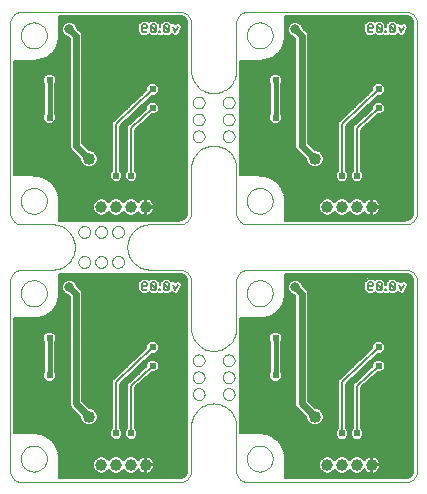
<source format=gbl>
G75*
%MOIN*%
%OFA0B0*%
%FSLAX24Y24*%
%IPPOS*%
%LPD*%
%AMOC8*
5,1,8,0,0,1.08239X$1,22.5*
%
%ADD10C,0.0000*%
%ADD11C,0.0060*%
%ADD12C,0.0397*%
%ADD13C,0.0240*%
%ADD14C,0.0160*%
%ADD15C,0.0080*%
%ADD16C,0.0320*%
%ADD17C,0.0400*%
%ADD18C,0.0240*%
D10*
X003149Y002980D02*
X003149Y009279D01*
X003148Y009279D02*
X003150Y009318D01*
X003156Y009356D01*
X003165Y009393D01*
X003178Y009430D01*
X003195Y009465D01*
X003214Y009498D01*
X003237Y009529D01*
X003263Y009558D01*
X003292Y009584D01*
X003323Y009607D01*
X003356Y009626D01*
X003391Y009643D01*
X003428Y009656D01*
X003465Y009665D01*
X003503Y009671D01*
X003542Y009673D01*
X003540Y009670D02*
X004560Y009670D01*
X004565Y009670D02*
X004618Y009673D01*
X004672Y009679D01*
X004724Y009689D01*
X004776Y009703D01*
X004826Y009721D01*
X004876Y009742D01*
X004923Y009767D01*
X004969Y009795D01*
X005012Y009826D01*
X005054Y009860D01*
X005092Y009897D01*
X005128Y009936D01*
X005161Y009979D01*
X005191Y010023D01*
X005218Y010069D01*
X005241Y010118D01*
X005261Y010167D01*
X005277Y010218D01*
X005290Y010270D01*
X005299Y010323D01*
X005304Y010376D01*
X005305Y010430D01*
X005421Y010930D02*
X005423Y010957D01*
X005429Y010984D01*
X005438Y011010D01*
X005451Y011034D01*
X005467Y011057D01*
X005486Y011076D01*
X005508Y011093D01*
X005532Y011107D01*
X005557Y011117D01*
X005584Y011124D01*
X005611Y011127D01*
X005639Y011126D01*
X005666Y011121D01*
X005692Y011113D01*
X005716Y011101D01*
X005739Y011085D01*
X005760Y011067D01*
X005777Y011046D01*
X005792Y011022D01*
X005803Y010997D01*
X005811Y010971D01*
X005815Y010944D01*
X005815Y010916D01*
X005811Y010889D01*
X005803Y010863D01*
X005792Y010838D01*
X005777Y010814D01*
X005760Y010793D01*
X005739Y010775D01*
X005717Y010759D01*
X005692Y010747D01*
X005666Y010739D01*
X005639Y010734D01*
X005611Y010733D01*
X005584Y010736D01*
X005557Y010743D01*
X005532Y010753D01*
X005508Y010767D01*
X005486Y010784D01*
X005467Y010803D01*
X005451Y010826D01*
X005438Y010850D01*
X005429Y010876D01*
X005423Y010903D01*
X005421Y010930D01*
X005983Y010930D02*
X005985Y010957D01*
X005991Y010984D01*
X006000Y011010D01*
X006013Y011034D01*
X006029Y011057D01*
X006048Y011076D01*
X006070Y011093D01*
X006094Y011107D01*
X006119Y011117D01*
X006146Y011124D01*
X006173Y011127D01*
X006201Y011126D01*
X006228Y011121D01*
X006254Y011113D01*
X006278Y011101D01*
X006301Y011085D01*
X006322Y011067D01*
X006339Y011046D01*
X006354Y011022D01*
X006365Y010997D01*
X006373Y010971D01*
X006377Y010944D01*
X006377Y010916D01*
X006373Y010889D01*
X006365Y010863D01*
X006354Y010838D01*
X006339Y010814D01*
X006322Y010793D01*
X006301Y010775D01*
X006279Y010759D01*
X006254Y010747D01*
X006228Y010739D01*
X006201Y010734D01*
X006173Y010733D01*
X006146Y010736D01*
X006119Y010743D01*
X006094Y010753D01*
X006070Y010767D01*
X006048Y010784D01*
X006029Y010803D01*
X006013Y010826D01*
X006000Y010850D01*
X005991Y010876D01*
X005985Y010903D01*
X005983Y010930D01*
X006546Y010930D02*
X006548Y010957D01*
X006554Y010984D01*
X006563Y011010D01*
X006576Y011034D01*
X006592Y011057D01*
X006611Y011076D01*
X006633Y011093D01*
X006657Y011107D01*
X006682Y011117D01*
X006709Y011124D01*
X006736Y011127D01*
X006764Y011126D01*
X006791Y011121D01*
X006817Y011113D01*
X006841Y011101D01*
X006864Y011085D01*
X006885Y011067D01*
X006902Y011046D01*
X006917Y011022D01*
X006928Y010997D01*
X006936Y010971D01*
X006940Y010944D01*
X006940Y010916D01*
X006936Y010889D01*
X006928Y010863D01*
X006917Y010838D01*
X006902Y010814D01*
X006885Y010793D01*
X006864Y010775D01*
X006842Y010759D01*
X006817Y010747D01*
X006791Y010739D01*
X006764Y010734D01*
X006736Y010733D01*
X006709Y010736D01*
X006682Y010743D01*
X006657Y010753D01*
X006633Y010767D01*
X006611Y010784D01*
X006592Y010803D01*
X006576Y010826D01*
X006563Y010850D01*
X006554Y010876D01*
X006548Y010903D01*
X006546Y010930D01*
X006546Y009930D02*
X006548Y009957D01*
X006554Y009984D01*
X006563Y010010D01*
X006576Y010034D01*
X006592Y010057D01*
X006611Y010076D01*
X006633Y010093D01*
X006657Y010107D01*
X006682Y010117D01*
X006709Y010124D01*
X006736Y010127D01*
X006764Y010126D01*
X006791Y010121D01*
X006817Y010113D01*
X006841Y010101D01*
X006864Y010085D01*
X006885Y010067D01*
X006902Y010046D01*
X006917Y010022D01*
X006928Y009997D01*
X006936Y009971D01*
X006940Y009944D01*
X006940Y009916D01*
X006936Y009889D01*
X006928Y009863D01*
X006917Y009838D01*
X006902Y009814D01*
X006885Y009793D01*
X006864Y009775D01*
X006842Y009759D01*
X006817Y009747D01*
X006791Y009739D01*
X006764Y009734D01*
X006736Y009733D01*
X006709Y009736D01*
X006682Y009743D01*
X006657Y009753D01*
X006633Y009767D01*
X006611Y009784D01*
X006592Y009803D01*
X006576Y009826D01*
X006563Y009850D01*
X006554Y009876D01*
X006548Y009903D01*
X006546Y009930D01*
X005983Y009930D02*
X005985Y009957D01*
X005991Y009984D01*
X006000Y010010D01*
X006013Y010034D01*
X006029Y010057D01*
X006048Y010076D01*
X006070Y010093D01*
X006094Y010107D01*
X006119Y010117D01*
X006146Y010124D01*
X006173Y010127D01*
X006201Y010126D01*
X006228Y010121D01*
X006254Y010113D01*
X006278Y010101D01*
X006301Y010085D01*
X006322Y010067D01*
X006339Y010046D01*
X006354Y010022D01*
X006365Y009997D01*
X006373Y009971D01*
X006377Y009944D01*
X006377Y009916D01*
X006373Y009889D01*
X006365Y009863D01*
X006354Y009838D01*
X006339Y009814D01*
X006322Y009793D01*
X006301Y009775D01*
X006279Y009759D01*
X006254Y009747D01*
X006228Y009739D01*
X006201Y009734D01*
X006173Y009733D01*
X006146Y009736D01*
X006119Y009743D01*
X006094Y009753D01*
X006070Y009767D01*
X006048Y009784D01*
X006029Y009803D01*
X006013Y009826D01*
X006000Y009850D01*
X005991Y009876D01*
X005985Y009903D01*
X005983Y009930D01*
X005421Y009930D02*
X005423Y009957D01*
X005429Y009984D01*
X005438Y010010D01*
X005451Y010034D01*
X005467Y010057D01*
X005486Y010076D01*
X005508Y010093D01*
X005532Y010107D01*
X005557Y010117D01*
X005584Y010124D01*
X005611Y010127D01*
X005639Y010126D01*
X005666Y010121D01*
X005692Y010113D01*
X005716Y010101D01*
X005739Y010085D01*
X005760Y010067D01*
X005777Y010046D01*
X005792Y010022D01*
X005803Y009997D01*
X005811Y009971D01*
X005815Y009944D01*
X005815Y009916D01*
X005811Y009889D01*
X005803Y009863D01*
X005792Y009838D01*
X005777Y009814D01*
X005760Y009793D01*
X005739Y009775D01*
X005717Y009759D01*
X005692Y009747D01*
X005666Y009739D01*
X005639Y009734D01*
X005611Y009733D01*
X005584Y009736D01*
X005557Y009743D01*
X005532Y009753D01*
X005508Y009767D01*
X005486Y009784D01*
X005467Y009803D01*
X005451Y009826D01*
X005438Y009850D01*
X005429Y009876D01*
X005423Y009903D01*
X005421Y009930D01*
X005305Y010430D02*
X005303Y010484D01*
X005297Y010537D01*
X005288Y010589D01*
X005275Y010641D01*
X005258Y010692D01*
X005237Y010742D01*
X005213Y010789D01*
X005186Y010835D01*
X005155Y010879D01*
X005122Y010921D01*
X005085Y010960D01*
X005046Y010997D01*
X005004Y011030D01*
X004960Y011061D01*
X004914Y011088D01*
X004867Y011112D01*
X004817Y011133D01*
X004766Y011150D01*
X004714Y011163D01*
X004662Y011172D01*
X004609Y011178D01*
X004555Y011180D01*
X004560Y011180D02*
X003540Y011180D01*
X003542Y011180D02*
X003503Y011182D01*
X003465Y011188D01*
X003428Y011197D01*
X003391Y011210D01*
X003356Y011227D01*
X003323Y011246D01*
X003292Y011269D01*
X003263Y011295D01*
X003237Y011324D01*
X003214Y011355D01*
X003195Y011388D01*
X003178Y011423D01*
X003165Y011460D01*
X003156Y011497D01*
X003150Y011535D01*
X003148Y011574D01*
X003149Y011574D02*
X003149Y017873D01*
X003148Y017873D02*
X003150Y017912D01*
X003156Y017950D01*
X003165Y017987D01*
X003178Y018024D01*
X003195Y018059D01*
X003214Y018092D01*
X003237Y018123D01*
X003263Y018152D01*
X003292Y018178D01*
X003323Y018201D01*
X003356Y018220D01*
X003391Y018237D01*
X003428Y018250D01*
X003465Y018259D01*
X003503Y018265D01*
X003542Y018267D01*
X008786Y018267D01*
X008825Y018265D01*
X008863Y018259D01*
X008900Y018250D01*
X008937Y018237D01*
X008972Y018220D01*
X009005Y018201D01*
X009036Y018178D01*
X009065Y018152D01*
X009091Y018123D01*
X009114Y018092D01*
X009133Y018059D01*
X009150Y018024D01*
X009163Y017987D01*
X009172Y017950D01*
X009178Y017912D01*
X009180Y017873D01*
X009180Y017868D02*
X009180Y016305D01*
X009182Y016251D01*
X009188Y016198D01*
X009197Y016146D01*
X009210Y016094D01*
X009227Y016043D01*
X009248Y015993D01*
X009272Y015946D01*
X009299Y015900D01*
X009330Y015856D01*
X009363Y015814D01*
X009400Y015775D01*
X009439Y015738D01*
X009481Y015705D01*
X009525Y015674D01*
X009571Y015647D01*
X009618Y015623D01*
X009668Y015602D01*
X009719Y015585D01*
X009771Y015572D01*
X009823Y015563D01*
X009876Y015557D01*
X009930Y015555D01*
X009233Y015243D02*
X009235Y015270D01*
X009241Y015297D01*
X009250Y015323D01*
X009263Y015347D01*
X009279Y015370D01*
X009298Y015389D01*
X009320Y015406D01*
X009344Y015420D01*
X009369Y015430D01*
X009396Y015437D01*
X009423Y015440D01*
X009451Y015439D01*
X009478Y015434D01*
X009504Y015426D01*
X009528Y015414D01*
X009551Y015398D01*
X009572Y015380D01*
X009589Y015359D01*
X009604Y015335D01*
X009615Y015310D01*
X009623Y015284D01*
X009627Y015257D01*
X009627Y015229D01*
X009623Y015202D01*
X009615Y015176D01*
X009604Y015151D01*
X009589Y015127D01*
X009572Y015106D01*
X009551Y015088D01*
X009529Y015072D01*
X009504Y015060D01*
X009478Y015052D01*
X009451Y015047D01*
X009423Y015046D01*
X009396Y015049D01*
X009369Y015056D01*
X009344Y015066D01*
X009320Y015080D01*
X009298Y015097D01*
X009279Y015116D01*
X009263Y015139D01*
X009250Y015163D01*
X009241Y015189D01*
X009235Y015216D01*
X009233Y015243D01*
X009233Y014680D02*
X009235Y014707D01*
X009241Y014734D01*
X009250Y014760D01*
X009263Y014784D01*
X009279Y014807D01*
X009298Y014826D01*
X009320Y014843D01*
X009344Y014857D01*
X009369Y014867D01*
X009396Y014874D01*
X009423Y014877D01*
X009451Y014876D01*
X009478Y014871D01*
X009504Y014863D01*
X009528Y014851D01*
X009551Y014835D01*
X009572Y014817D01*
X009589Y014796D01*
X009604Y014772D01*
X009615Y014747D01*
X009623Y014721D01*
X009627Y014694D01*
X009627Y014666D01*
X009623Y014639D01*
X009615Y014613D01*
X009604Y014588D01*
X009589Y014564D01*
X009572Y014543D01*
X009551Y014525D01*
X009529Y014509D01*
X009504Y014497D01*
X009478Y014489D01*
X009451Y014484D01*
X009423Y014483D01*
X009396Y014486D01*
X009369Y014493D01*
X009344Y014503D01*
X009320Y014517D01*
X009298Y014534D01*
X009279Y014553D01*
X009263Y014576D01*
X009250Y014600D01*
X009241Y014626D01*
X009235Y014653D01*
X009233Y014680D01*
X009233Y014118D02*
X009235Y014145D01*
X009241Y014172D01*
X009250Y014198D01*
X009263Y014222D01*
X009279Y014245D01*
X009298Y014264D01*
X009320Y014281D01*
X009344Y014295D01*
X009369Y014305D01*
X009396Y014312D01*
X009423Y014315D01*
X009451Y014314D01*
X009478Y014309D01*
X009504Y014301D01*
X009528Y014289D01*
X009551Y014273D01*
X009572Y014255D01*
X009589Y014234D01*
X009604Y014210D01*
X009615Y014185D01*
X009623Y014159D01*
X009627Y014132D01*
X009627Y014104D01*
X009623Y014077D01*
X009615Y014051D01*
X009604Y014026D01*
X009589Y014002D01*
X009572Y013981D01*
X009551Y013963D01*
X009529Y013947D01*
X009504Y013935D01*
X009478Y013927D01*
X009451Y013922D01*
X009423Y013921D01*
X009396Y013924D01*
X009369Y013931D01*
X009344Y013941D01*
X009320Y013955D01*
X009298Y013972D01*
X009279Y013991D01*
X009263Y014014D01*
X009250Y014038D01*
X009241Y014064D01*
X009235Y014091D01*
X009233Y014118D01*
X009180Y013055D02*
X009180Y011555D01*
X009180Y011574D02*
X009178Y011535D01*
X009172Y011497D01*
X009163Y011460D01*
X009150Y011423D01*
X009133Y011388D01*
X009114Y011355D01*
X009091Y011324D01*
X009065Y011295D01*
X009036Y011269D01*
X009005Y011246D01*
X008972Y011227D01*
X008937Y011210D01*
X008900Y011197D01*
X008863Y011188D01*
X008825Y011182D01*
X008786Y011180D01*
X008790Y011180D02*
X007800Y011180D01*
X007805Y011180D02*
X007751Y011178D01*
X007698Y011172D01*
X007646Y011163D01*
X007594Y011150D01*
X007543Y011133D01*
X007493Y011112D01*
X007446Y011088D01*
X007400Y011061D01*
X007356Y011030D01*
X007314Y010997D01*
X007275Y010960D01*
X007238Y010921D01*
X007205Y010879D01*
X007174Y010835D01*
X007147Y010789D01*
X007123Y010742D01*
X007102Y010692D01*
X007085Y010641D01*
X007072Y010589D01*
X007063Y010537D01*
X007057Y010484D01*
X007055Y010430D01*
X007057Y010376D01*
X007063Y010322D01*
X007072Y010268D01*
X007086Y010216D01*
X007103Y010164D01*
X007124Y010114D01*
X007148Y010066D01*
X007176Y010019D01*
X007207Y009975D01*
X007241Y009932D01*
X007278Y009893D01*
X007317Y009856D01*
X007360Y009822D01*
X007404Y009791D01*
X007451Y009763D01*
X007499Y009739D01*
X007549Y009718D01*
X007601Y009701D01*
X007653Y009687D01*
X007707Y009678D01*
X007761Y009672D01*
X007815Y009670D01*
X008790Y009670D01*
X008786Y009673D02*
X008825Y009671D01*
X008863Y009665D01*
X008900Y009656D01*
X008937Y009643D01*
X008972Y009626D01*
X009005Y009607D01*
X009036Y009584D01*
X009065Y009558D01*
X009091Y009529D01*
X009114Y009498D01*
X009133Y009465D01*
X009150Y009430D01*
X009163Y009393D01*
X009172Y009356D01*
X009178Y009318D01*
X009180Y009279D01*
X009180Y009274D02*
X009180Y007711D01*
X009182Y007657D01*
X009188Y007604D01*
X009197Y007552D01*
X009210Y007500D01*
X009227Y007449D01*
X009248Y007399D01*
X009272Y007352D01*
X009299Y007306D01*
X009330Y007262D01*
X009363Y007220D01*
X009400Y007181D01*
X009439Y007144D01*
X009481Y007111D01*
X009525Y007080D01*
X009571Y007053D01*
X009618Y007029D01*
X009668Y007008D01*
X009719Y006991D01*
X009771Y006978D01*
X009823Y006969D01*
X009876Y006963D01*
X009930Y006961D01*
X009233Y006649D02*
X009235Y006676D01*
X009241Y006703D01*
X009250Y006729D01*
X009263Y006753D01*
X009279Y006776D01*
X009298Y006795D01*
X009320Y006812D01*
X009344Y006826D01*
X009369Y006836D01*
X009396Y006843D01*
X009423Y006846D01*
X009451Y006845D01*
X009478Y006840D01*
X009504Y006832D01*
X009528Y006820D01*
X009551Y006804D01*
X009572Y006786D01*
X009589Y006765D01*
X009604Y006741D01*
X009615Y006716D01*
X009623Y006690D01*
X009627Y006663D01*
X009627Y006635D01*
X009623Y006608D01*
X009615Y006582D01*
X009604Y006557D01*
X009589Y006533D01*
X009572Y006512D01*
X009551Y006494D01*
X009529Y006478D01*
X009504Y006466D01*
X009478Y006458D01*
X009451Y006453D01*
X009423Y006452D01*
X009396Y006455D01*
X009369Y006462D01*
X009344Y006472D01*
X009320Y006486D01*
X009298Y006503D01*
X009279Y006522D01*
X009263Y006545D01*
X009250Y006569D01*
X009241Y006595D01*
X009235Y006622D01*
X009233Y006649D01*
X009233Y006086D02*
X009235Y006113D01*
X009241Y006140D01*
X009250Y006166D01*
X009263Y006190D01*
X009279Y006213D01*
X009298Y006232D01*
X009320Y006249D01*
X009344Y006263D01*
X009369Y006273D01*
X009396Y006280D01*
X009423Y006283D01*
X009451Y006282D01*
X009478Y006277D01*
X009504Y006269D01*
X009528Y006257D01*
X009551Y006241D01*
X009572Y006223D01*
X009589Y006202D01*
X009604Y006178D01*
X009615Y006153D01*
X009623Y006127D01*
X009627Y006100D01*
X009627Y006072D01*
X009623Y006045D01*
X009615Y006019D01*
X009604Y005994D01*
X009589Y005970D01*
X009572Y005949D01*
X009551Y005931D01*
X009529Y005915D01*
X009504Y005903D01*
X009478Y005895D01*
X009451Y005890D01*
X009423Y005889D01*
X009396Y005892D01*
X009369Y005899D01*
X009344Y005909D01*
X009320Y005923D01*
X009298Y005940D01*
X009279Y005959D01*
X009263Y005982D01*
X009250Y006006D01*
X009241Y006032D01*
X009235Y006059D01*
X009233Y006086D01*
X009233Y005524D02*
X009235Y005551D01*
X009241Y005578D01*
X009250Y005604D01*
X009263Y005628D01*
X009279Y005651D01*
X009298Y005670D01*
X009320Y005687D01*
X009344Y005701D01*
X009369Y005711D01*
X009396Y005718D01*
X009423Y005721D01*
X009451Y005720D01*
X009478Y005715D01*
X009504Y005707D01*
X009528Y005695D01*
X009551Y005679D01*
X009572Y005661D01*
X009589Y005640D01*
X009604Y005616D01*
X009615Y005591D01*
X009623Y005565D01*
X009627Y005538D01*
X009627Y005510D01*
X009623Y005483D01*
X009615Y005457D01*
X009604Y005432D01*
X009589Y005408D01*
X009572Y005387D01*
X009551Y005369D01*
X009529Y005353D01*
X009504Y005341D01*
X009478Y005333D01*
X009451Y005328D01*
X009423Y005327D01*
X009396Y005330D01*
X009369Y005337D01*
X009344Y005347D01*
X009320Y005361D01*
X009298Y005378D01*
X009279Y005397D01*
X009263Y005420D01*
X009250Y005444D01*
X009241Y005470D01*
X009235Y005497D01*
X009233Y005524D01*
X009180Y004461D02*
X009180Y002961D01*
X009180Y002980D02*
X009178Y002941D01*
X009172Y002903D01*
X009163Y002866D01*
X009150Y002829D01*
X009133Y002794D01*
X009114Y002761D01*
X009091Y002730D01*
X009065Y002701D01*
X009036Y002675D01*
X009005Y002652D01*
X008972Y002633D01*
X008937Y002616D01*
X008900Y002603D01*
X008863Y002594D01*
X008825Y002588D01*
X008786Y002586D01*
X003542Y002586D01*
X003503Y002588D01*
X003465Y002594D01*
X003428Y002603D01*
X003391Y002616D01*
X003356Y002633D01*
X003323Y002652D01*
X003292Y002675D01*
X003263Y002701D01*
X003237Y002730D01*
X003214Y002761D01*
X003195Y002794D01*
X003178Y002829D01*
X003165Y002866D01*
X003156Y002903D01*
X003150Y002941D01*
X003148Y002980D01*
X003503Y003374D02*
X003505Y003415D01*
X003511Y003456D01*
X003521Y003496D01*
X003534Y003535D01*
X003551Y003572D01*
X003572Y003608D01*
X003596Y003642D01*
X003623Y003673D01*
X003652Y003701D01*
X003685Y003727D01*
X003719Y003749D01*
X003756Y003768D01*
X003794Y003783D01*
X003834Y003795D01*
X003874Y003803D01*
X003915Y003807D01*
X003957Y003807D01*
X003998Y003803D01*
X004038Y003795D01*
X004078Y003783D01*
X004116Y003768D01*
X004152Y003749D01*
X004187Y003727D01*
X004220Y003701D01*
X004249Y003673D01*
X004276Y003642D01*
X004300Y003608D01*
X004321Y003572D01*
X004338Y003535D01*
X004351Y003496D01*
X004361Y003456D01*
X004367Y003415D01*
X004369Y003374D01*
X004367Y003333D01*
X004361Y003292D01*
X004351Y003252D01*
X004338Y003213D01*
X004321Y003176D01*
X004300Y003140D01*
X004276Y003106D01*
X004249Y003075D01*
X004220Y003047D01*
X004187Y003021D01*
X004153Y002999D01*
X004116Y002980D01*
X004078Y002965D01*
X004038Y002953D01*
X003998Y002945D01*
X003957Y002941D01*
X003915Y002941D01*
X003874Y002945D01*
X003834Y002953D01*
X003794Y002965D01*
X003756Y002980D01*
X003720Y002999D01*
X003685Y003021D01*
X003652Y003047D01*
X003623Y003075D01*
X003596Y003106D01*
X003572Y003140D01*
X003551Y003176D01*
X003534Y003213D01*
X003521Y003252D01*
X003511Y003292D01*
X003505Y003333D01*
X003503Y003374D01*
X003503Y008885D02*
X003505Y008926D01*
X003511Y008967D01*
X003521Y009007D01*
X003534Y009046D01*
X003551Y009083D01*
X003572Y009119D01*
X003596Y009153D01*
X003623Y009184D01*
X003652Y009212D01*
X003685Y009238D01*
X003719Y009260D01*
X003756Y009279D01*
X003794Y009294D01*
X003834Y009306D01*
X003874Y009314D01*
X003915Y009318D01*
X003957Y009318D01*
X003998Y009314D01*
X004038Y009306D01*
X004078Y009294D01*
X004116Y009279D01*
X004152Y009260D01*
X004187Y009238D01*
X004220Y009212D01*
X004249Y009184D01*
X004276Y009153D01*
X004300Y009119D01*
X004321Y009083D01*
X004338Y009046D01*
X004351Y009007D01*
X004361Y008967D01*
X004367Y008926D01*
X004369Y008885D01*
X004367Y008844D01*
X004361Y008803D01*
X004351Y008763D01*
X004338Y008724D01*
X004321Y008687D01*
X004300Y008651D01*
X004276Y008617D01*
X004249Y008586D01*
X004220Y008558D01*
X004187Y008532D01*
X004153Y008510D01*
X004116Y008491D01*
X004078Y008476D01*
X004038Y008464D01*
X003998Y008456D01*
X003957Y008452D01*
X003915Y008452D01*
X003874Y008456D01*
X003834Y008464D01*
X003794Y008476D01*
X003756Y008491D01*
X003720Y008510D01*
X003685Y008532D01*
X003652Y008558D01*
X003623Y008586D01*
X003596Y008617D01*
X003572Y008651D01*
X003551Y008687D01*
X003534Y008724D01*
X003521Y008763D01*
X003511Y008803D01*
X003505Y008844D01*
X003503Y008885D01*
X003503Y011967D02*
X003505Y012008D01*
X003511Y012049D01*
X003521Y012089D01*
X003534Y012128D01*
X003551Y012165D01*
X003572Y012201D01*
X003596Y012235D01*
X003623Y012266D01*
X003652Y012294D01*
X003685Y012320D01*
X003719Y012342D01*
X003756Y012361D01*
X003794Y012376D01*
X003834Y012388D01*
X003874Y012396D01*
X003915Y012400D01*
X003957Y012400D01*
X003998Y012396D01*
X004038Y012388D01*
X004078Y012376D01*
X004116Y012361D01*
X004152Y012342D01*
X004187Y012320D01*
X004220Y012294D01*
X004249Y012266D01*
X004276Y012235D01*
X004300Y012201D01*
X004321Y012165D01*
X004338Y012128D01*
X004351Y012089D01*
X004361Y012049D01*
X004367Y012008D01*
X004369Y011967D01*
X004367Y011926D01*
X004361Y011885D01*
X004351Y011845D01*
X004338Y011806D01*
X004321Y011769D01*
X004300Y011733D01*
X004276Y011699D01*
X004249Y011668D01*
X004220Y011640D01*
X004187Y011614D01*
X004153Y011592D01*
X004116Y011573D01*
X004078Y011558D01*
X004038Y011546D01*
X003998Y011538D01*
X003957Y011534D01*
X003915Y011534D01*
X003874Y011538D01*
X003834Y011546D01*
X003794Y011558D01*
X003756Y011573D01*
X003720Y011592D01*
X003685Y011614D01*
X003652Y011640D01*
X003623Y011668D01*
X003596Y011699D01*
X003572Y011733D01*
X003551Y011769D01*
X003534Y011806D01*
X003521Y011845D01*
X003511Y011885D01*
X003505Y011926D01*
X003503Y011967D01*
X007810Y009670D02*
X007815Y009670D01*
X009930Y006961D02*
X009984Y006963D01*
X010037Y006969D01*
X010089Y006978D01*
X010141Y006991D01*
X010192Y007008D01*
X010242Y007029D01*
X010289Y007053D01*
X010335Y007080D01*
X010379Y007111D01*
X010421Y007144D01*
X010460Y007181D01*
X010497Y007220D01*
X010530Y007262D01*
X010561Y007306D01*
X010588Y007352D01*
X010612Y007399D01*
X010633Y007449D01*
X010650Y007500D01*
X010663Y007552D01*
X010672Y007604D01*
X010678Y007657D01*
X010680Y007711D01*
X010680Y009279D01*
X010682Y009318D01*
X010688Y009356D01*
X010697Y009393D01*
X010710Y009430D01*
X010727Y009465D01*
X010746Y009498D01*
X010769Y009529D01*
X010795Y009558D01*
X010824Y009584D01*
X010855Y009607D01*
X010888Y009626D01*
X010923Y009643D01*
X010960Y009656D01*
X010997Y009665D01*
X011035Y009671D01*
X011074Y009673D01*
X016317Y009673D01*
X016356Y009671D01*
X016394Y009665D01*
X016431Y009656D01*
X016468Y009643D01*
X016503Y009626D01*
X016536Y009607D01*
X016567Y009584D01*
X016596Y009558D01*
X016622Y009529D01*
X016645Y009498D01*
X016664Y009465D01*
X016681Y009430D01*
X016694Y009393D01*
X016703Y009356D01*
X016709Y009318D01*
X016711Y009279D01*
X016711Y002980D01*
X016709Y002941D01*
X016703Y002903D01*
X016694Y002866D01*
X016681Y002829D01*
X016664Y002794D01*
X016645Y002761D01*
X016622Y002730D01*
X016596Y002701D01*
X016567Y002675D01*
X016536Y002652D01*
X016503Y002633D01*
X016468Y002616D01*
X016431Y002603D01*
X016394Y002594D01*
X016356Y002588D01*
X016317Y002586D01*
X011074Y002586D01*
X011035Y002588D01*
X010997Y002594D01*
X010960Y002603D01*
X010923Y002616D01*
X010888Y002633D01*
X010855Y002652D01*
X010824Y002675D01*
X010795Y002701D01*
X010769Y002730D01*
X010746Y002761D01*
X010727Y002794D01*
X010710Y002829D01*
X010697Y002866D01*
X010688Y002903D01*
X010682Y002941D01*
X010680Y002980D01*
X010680Y004461D01*
X009930Y005211D02*
X009876Y005209D01*
X009823Y005203D01*
X009771Y005194D01*
X009719Y005181D01*
X009668Y005164D01*
X009618Y005143D01*
X009571Y005119D01*
X009525Y005092D01*
X009481Y005061D01*
X009439Y005028D01*
X009400Y004991D01*
X009363Y004952D01*
X009330Y004910D01*
X009299Y004866D01*
X009272Y004820D01*
X009248Y004773D01*
X009227Y004723D01*
X009210Y004672D01*
X009197Y004620D01*
X009188Y004568D01*
X009182Y004515D01*
X009180Y004461D01*
X009930Y005211D02*
X009984Y005209D01*
X010037Y005203D01*
X010089Y005194D01*
X010141Y005181D01*
X010192Y005164D01*
X010242Y005143D01*
X010289Y005119D01*
X010335Y005092D01*
X010379Y005061D01*
X010421Y005028D01*
X010460Y004991D01*
X010497Y004952D01*
X010530Y004910D01*
X010561Y004866D01*
X010588Y004820D01*
X010612Y004773D01*
X010633Y004723D01*
X010650Y004672D01*
X010663Y004620D01*
X010672Y004568D01*
X010678Y004515D01*
X010680Y004461D01*
X010233Y005524D02*
X010235Y005551D01*
X010241Y005578D01*
X010250Y005604D01*
X010263Y005628D01*
X010279Y005651D01*
X010298Y005670D01*
X010320Y005687D01*
X010344Y005701D01*
X010369Y005711D01*
X010396Y005718D01*
X010423Y005721D01*
X010451Y005720D01*
X010478Y005715D01*
X010504Y005707D01*
X010528Y005695D01*
X010551Y005679D01*
X010572Y005661D01*
X010589Y005640D01*
X010604Y005616D01*
X010615Y005591D01*
X010623Y005565D01*
X010627Y005538D01*
X010627Y005510D01*
X010623Y005483D01*
X010615Y005457D01*
X010604Y005432D01*
X010589Y005408D01*
X010572Y005387D01*
X010551Y005369D01*
X010529Y005353D01*
X010504Y005341D01*
X010478Y005333D01*
X010451Y005328D01*
X010423Y005327D01*
X010396Y005330D01*
X010369Y005337D01*
X010344Y005347D01*
X010320Y005361D01*
X010298Y005378D01*
X010279Y005397D01*
X010263Y005420D01*
X010250Y005444D01*
X010241Y005470D01*
X010235Y005497D01*
X010233Y005524D01*
X010233Y006086D02*
X010235Y006113D01*
X010241Y006140D01*
X010250Y006166D01*
X010263Y006190D01*
X010279Y006213D01*
X010298Y006232D01*
X010320Y006249D01*
X010344Y006263D01*
X010369Y006273D01*
X010396Y006280D01*
X010423Y006283D01*
X010451Y006282D01*
X010478Y006277D01*
X010504Y006269D01*
X010528Y006257D01*
X010551Y006241D01*
X010572Y006223D01*
X010589Y006202D01*
X010604Y006178D01*
X010615Y006153D01*
X010623Y006127D01*
X010627Y006100D01*
X010627Y006072D01*
X010623Y006045D01*
X010615Y006019D01*
X010604Y005994D01*
X010589Y005970D01*
X010572Y005949D01*
X010551Y005931D01*
X010529Y005915D01*
X010504Y005903D01*
X010478Y005895D01*
X010451Y005890D01*
X010423Y005889D01*
X010396Y005892D01*
X010369Y005899D01*
X010344Y005909D01*
X010320Y005923D01*
X010298Y005940D01*
X010279Y005959D01*
X010263Y005982D01*
X010250Y006006D01*
X010241Y006032D01*
X010235Y006059D01*
X010233Y006086D01*
X010233Y006649D02*
X010235Y006676D01*
X010241Y006703D01*
X010250Y006729D01*
X010263Y006753D01*
X010279Y006776D01*
X010298Y006795D01*
X010320Y006812D01*
X010344Y006826D01*
X010369Y006836D01*
X010396Y006843D01*
X010423Y006846D01*
X010451Y006845D01*
X010478Y006840D01*
X010504Y006832D01*
X010528Y006820D01*
X010551Y006804D01*
X010572Y006786D01*
X010589Y006765D01*
X010604Y006741D01*
X010615Y006716D01*
X010623Y006690D01*
X010627Y006663D01*
X010627Y006635D01*
X010623Y006608D01*
X010615Y006582D01*
X010604Y006557D01*
X010589Y006533D01*
X010572Y006512D01*
X010551Y006494D01*
X010529Y006478D01*
X010504Y006466D01*
X010478Y006458D01*
X010451Y006453D01*
X010423Y006452D01*
X010396Y006455D01*
X010369Y006462D01*
X010344Y006472D01*
X010320Y006486D01*
X010298Y006503D01*
X010279Y006522D01*
X010263Y006545D01*
X010250Y006569D01*
X010241Y006595D01*
X010235Y006622D01*
X010233Y006649D01*
X011034Y008885D02*
X011036Y008926D01*
X011042Y008967D01*
X011052Y009007D01*
X011065Y009046D01*
X011082Y009083D01*
X011103Y009119D01*
X011127Y009153D01*
X011154Y009184D01*
X011183Y009212D01*
X011216Y009238D01*
X011250Y009260D01*
X011287Y009279D01*
X011325Y009294D01*
X011365Y009306D01*
X011405Y009314D01*
X011446Y009318D01*
X011488Y009318D01*
X011529Y009314D01*
X011569Y009306D01*
X011609Y009294D01*
X011647Y009279D01*
X011683Y009260D01*
X011718Y009238D01*
X011751Y009212D01*
X011780Y009184D01*
X011807Y009153D01*
X011831Y009119D01*
X011852Y009083D01*
X011869Y009046D01*
X011882Y009007D01*
X011892Y008967D01*
X011898Y008926D01*
X011900Y008885D01*
X011898Y008844D01*
X011892Y008803D01*
X011882Y008763D01*
X011869Y008724D01*
X011852Y008687D01*
X011831Y008651D01*
X011807Y008617D01*
X011780Y008586D01*
X011751Y008558D01*
X011718Y008532D01*
X011684Y008510D01*
X011647Y008491D01*
X011609Y008476D01*
X011569Y008464D01*
X011529Y008456D01*
X011488Y008452D01*
X011446Y008452D01*
X011405Y008456D01*
X011365Y008464D01*
X011325Y008476D01*
X011287Y008491D01*
X011251Y008510D01*
X011216Y008532D01*
X011183Y008558D01*
X011154Y008586D01*
X011127Y008617D01*
X011103Y008651D01*
X011082Y008687D01*
X011065Y008724D01*
X011052Y008763D01*
X011042Y008803D01*
X011036Y008844D01*
X011034Y008885D01*
X011074Y011180D02*
X016317Y011180D01*
X016356Y011182D01*
X016394Y011188D01*
X016431Y011197D01*
X016468Y011210D01*
X016503Y011227D01*
X016536Y011246D01*
X016567Y011269D01*
X016596Y011295D01*
X016622Y011324D01*
X016645Y011355D01*
X016664Y011388D01*
X016681Y011423D01*
X016694Y011460D01*
X016703Y011497D01*
X016709Y011535D01*
X016711Y011574D01*
X016711Y017873D01*
X016709Y017912D01*
X016703Y017950D01*
X016694Y017987D01*
X016681Y018024D01*
X016664Y018059D01*
X016645Y018092D01*
X016622Y018123D01*
X016596Y018152D01*
X016567Y018178D01*
X016536Y018201D01*
X016503Y018220D01*
X016468Y018237D01*
X016431Y018250D01*
X016394Y018259D01*
X016356Y018265D01*
X016317Y018267D01*
X011074Y018267D01*
X011035Y018265D01*
X010997Y018259D01*
X010960Y018250D01*
X010923Y018237D01*
X010888Y018220D01*
X010855Y018201D01*
X010824Y018178D01*
X010795Y018152D01*
X010769Y018123D01*
X010746Y018092D01*
X010727Y018059D01*
X010710Y018024D01*
X010697Y017987D01*
X010688Y017950D01*
X010682Y017912D01*
X010680Y017873D01*
X010680Y016305D01*
X010678Y016251D01*
X010672Y016198D01*
X010663Y016146D01*
X010650Y016094D01*
X010633Y016043D01*
X010612Y015993D01*
X010588Y015946D01*
X010561Y015900D01*
X010530Y015856D01*
X010497Y015814D01*
X010460Y015775D01*
X010421Y015738D01*
X010379Y015705D01*
X010335Y015674D01*
X010289Y015647D01*
X010242Y015623D01*
X010192Y015602D01*
X010141Y015585D01*
X010089Y015572D01*
X010037Y015563D01*
X009984Y015557D01*
X009930Y015555D01*
X010233Y015243D02*
X010235Y015270D01*
X010241Y015297D01*
X010250Y015323D01*
X010263Y015347D01*
X010279Y015370D01*
X010298Y015389D01*
X010320Y015406D01*
X010344Y015420D01*
X010369Y015430D01*
X010396Y015437D01*
X010423Y015440D01*
X010451Y015439D01*
X010478Y015434D01*
X010504Y015426D01*
X010528Y015414D01*
X010551Y015398D01*
X010572Y015380D01*
X010589Y015359D01*
X010604Y015335D01*
X010615Y015310D01*
X010623Y015284D01*
X010627Y015257D01*
X010627Y015229D01*
X010623Y015202D01*
X010615Y015176D01*
X010604Y015151D01*
X010589Y015127D01*
X010572Y015106D01*
X010551Y015088D01*
X010529Y015072D01*
X010504Y015060D01*
X010478Y015052D01*
X010451Y015047D01*
X010423Y015046D01*
X010396Y015049D01*
X010369Y015056D01*
X010344Y015066D01*
X010320Y015080D01*
X010298Y015097D01*
X010279Y015116D01*
X010263Y015139D01*
X010250Y015163D01*
X010241Y015189D01*
X010235Y015216D01*
X010233Y015243D01*
X010233Y014680D02*
X010235Y014707D01*
X010241Y014734D01*
X010250Y014760D01*
X010263Y014784D01*
X010279Y014807D01*
X010298Y014826D01*
X010320Y014843D01*
X010344Y014857D01*
X010369Y014867D01*
X010396Y014874D01*
X010423Y014877D01*
X010451Y014876D01*
X010478Y014871D01*
X010504Y014863D01*
X010528Y014851D01*
X010551Y014835D01*
X010572Y014817D01*
X010589Y014796D01*
X010604Y014772D01*
X010615Y014747D01*
X010623Y014721D01*
X010627Y014694D01*
X010627Y014666D01*
X010623Y014639D01*
X010615Y014613D01*
X010604Y014588D01*
X010589Y014564D01*
X010572Y014543D01*
X010551Y014525D01*
X010529Y014509D01*
X010504Y014497D01*
X010478Y014489D01*
X010451Y014484D01*
X010423Y014483D01*
X010396Y014486D01*
X010369Y014493D01*
X010344Y014503D01*
X010320Y014517D01*
X010298Y014534D01*
X010279Y014553D01*
X010263Y014576D01*
X010250Y014600D01*
X010241Y014626D01*
X010235Y014653D01*
X010233Y014680D01*
X010233Y014118D02*
X010235Y014145D01*
X010241Y014172D01*
X010250Y014198D01*
X010263Y014222D01*
X010279Y014245D01*
X010298Y014264D01*
X010320Y014281D01*
X010344Y014295D01*
X010369Y014305D01*
X010396Y014312D01*
X010423Y014315D01*
X010451Y014314D01*
X010478Y014309D01*
X010504Y014301D01*
X010528Y014289D01*
X010551Y014273D01*
X010572Y014255D01*
X010589Y014234D01*
X010604Y014210D01*
X010615Y014185D01*
X010623Y014159D01*
X010627Y014132D01*
X010627Y014104D01*
X010623Y014077D01*
X010615Y014051D01*
X010604Y014026D01*
X010589Y014002D01*
X010572Y013981D01*
X010551Y013963D01*
X010529Y013947D01*
X010504Y013935D01*
X010478Y013927D01*
X010451Y013922D01*
X010423Y013921D01*
X010396Y013924D01*
X010369Y013931D01*
X010344Y013941D01*
X010320Y013955D01*
X010298Y013972D01*
X010279Y013991D01*
X010263Y014014D01*
X010250Y014038D01*
X010241Y014064D01*
X010235Y014091D01*
X010233Y014118D01*
X009930Y013805D02*
X009876Y013803D01*
X009823Y013797D01*
X009771Y013788D01*
X009719Y013775D01*
X009668Y013758D01*
X009618Y013737D01*
X009571Y013713D01*
X009525Y013686D01*
X009481Y013655D01*
X009439Y013622D01*
X009400Y013585D01*
X009363Y013546D01*
X009330Y013504D01*
X009299Y013460D01*
X009272Y013414D01*
X009248Y013367D01*
X009227Y013317D01*
X009210Y013266D01*
X009197Y013214D01*
X009188Y013162D01*
X009182Y013109D01*
X009180Y013055D01*
X009930Y013805D02*
X009984Y013803D01*
X010037Y013797D01*
X010089Y013788D01*
X010141Y013775D01*
X010192Y013758D01*
X010242Y013737D01*
X010289Y013713D01*
X010335Y013686D01*
X010379Y013655D01*
X010421Y013622D01*
X010460Y013585D01*
X010497Y013546D01*
X010530Y013504D01*
X010561Y013460D01*
X010588Y013414D01*
X010612Y013367D01*
X010633Y013317D01*
X010650Y013266D01*
X010663Y013214D01*
X010672Y013162D01*
X010678Y013109D01*
X010680Y013055D01*
X010680Y011574D01*
X010682Y011535D01*
X010688Y011497D01*
X010697Y011460D01*
X010710Y011423D01*
X010727Y011388D01*
X010746Y011355D01*
X010769Y011324D01*
X010795Y011295D01*
X010824Y011269D01*
X010855Y011246D01*
X010888Y011227D01*
X010923Y011210D01*
X010960Y011197D01*
X010997Y011188D01*
X011035Y011182D01*
X011074Y011180D01*
X011034Y011967D02*
X011036Y012008D01*
X011042Y012049D01*
X011052Y012089D01*
X011065Y012128D01*
X011082Y012165D01*
X011103Y012201D01*
X011127Y012235D01*
X011154Y012266D01*
X011183Y012294D01*
X011216Y012320D01*
X011250Y012342D01*
X011287Y012361D01*
X011325Y012376D01*
X011365Y012388D01*
X011405Y012396D01*
X011446Y012400D01*
X011488Y012400D01*
X011529Y012396D01*
X011569Y012388D01*
X011609Y012376D01*
X011647Y012361D01*
X011683Y012342D01*
X011718Y012320D01*
X011751Y012294D01*
X011780Y012266D01*
X011807Y012235D01*
X011831Y012201D01*
X011852Y012165D01*
X011869Y012128D01*
X011882Y012089D01*
X011892Y012049D01*
X011898Y012008D01*
X011900Y011967D01*
X011898Y011926D01*
X011892Y011885D01*
X011882Y011845D01*
X011869Y011806D01*
X011852Y011769D01*
X011831Y011733D01*
X011807Y011699D01*
X011780Y011668D01*
X011751Y011640D01*
X011718Y011614D01*
X011684Y011592D01*
X011647Y011573D01*
X011609Y011558D01*
X011569Y011546D01*
X011529Y011538D01*
X011488Y011534D01*
X011446Y011534D01*
X011405Y011538D01*
X011365Y011546D01*
X011325Y011558D01*
X011287Y011573D01*
X011251Y011592D01*
X011216Y011614D01*
X011183Y011640D01*
X011154Y011668D01*
X011127Y011699D01*
X011103Y011733D01*
X011082Y011769D01*
X011065Y011806D01*
X011052Y011845D01*
X011042Y011885D01*
X011036Y011926D01*
X011034Y011967D01*
X011034Y017479D02*
X011036Y017520D01*
X011042Y017561D01*
X011052Y017601D01*
X011065Y017640D01*
X011082Y017677D01*
X011103Y017713D01*
X011127Y017747D01*
X011154Y017778D01*
X011183Y017806D01*
X011216Y017832D01*
X011250Y017854D01*
X011287Y017873D01*
X011325Y017888D01*
X011365Y017900D01*
X011405Y017908D01*
X011446Y017912D01*
X011488Y017912D01*
X011529Y017908D01*
X011569Y017900D01*
X011609Y017888D01*
X011647Y017873D01*
X011683Y017854D01*
X011718Y017832D01*
X011751Y017806D01*
X011780Y017778D01*
X011807Y017747D01*
X011831Y017713D01*
X011852Y017677D01*
X011869Y017640D01*
X011882Y017601D01*
X011892Y017561D01*
X011898Y017520D01*
X011900Y017479D01*
X011898Y017438D01*
X011892Y017397D01*
X011882Y017357D01*
X011869Y017318D01*
X011852Y017281D01*
X011831Y017245D01*
X011807Y017211D01*
X011780Y017180D01*
X011751Y017152D01*
X011718Y017126D01*
X011684Y017104D01*
X011647Y017085D01*
X011609Y017070D01*
X011569Y017058D01*
X011529Y017050D01*
X011488Y017046D01*
X011446Y017046D01*
X011405Y017050D01*
X011365Y017058D01*
X011325Y017070D01*
X011287Y017085D01*
X011251Y017104D01*
X011216Y017126D01*
X011183Y017152D01*
X011154Y017180D01*
X011127Y017211D01*
X011103Y017245D01*
X011082Y017281D01*
X011065Y017318D01*
X011052Y017357D01*
X011042Y017397D01*
X011036Y017438D01*
X011034Y017479D01*
X003503Y017479D02*
X003505Y017520D01*
X003511Y017561D01*
X003521Y017601D01*
X003534Y017640D01*
X003551Y017677D01*
X003572Y017713D01*
X003596Y017747D01*
X003623Y017778D01*
X003652Y017806D01*
X003685Y017832D01*
X003719Y017854D01*
X003756Y017873D01*
X003794Y017888D01*
X003834Y017900D01*
X003874Y017908D01*
X003915Y017912D01*
X003957Y017912D01*
X003998Y017908D01*
X004038Y017900D01*
X004078Y017888D01*
X004116Y017873D01*
X004152Y017854D01*
X004187Y017832D01*
X004220Y017806D01*
X004249Y017778D01*
X004276Y017747D01*
X004300Y017713D01*
X004321Y017677D01*
X004338Y017640D01*
X004351Y017601D01*
X004361Y017561D01*
X004367Y017520D01*
X004369Y017479D01*
X004367Y017438D01*
X004361Y017397D01*
X004351Y017357D01*
X004338Y017318D01*
X004321Y017281D01*
X004300Y017245D01*
X004276Y017211D01*
X004249Y017180D01*
X004220Y017152D01*
X004187Y017126D01*
X004153Y017104D01*
X004116Y017085D01*
X004078Y017070D01*
X004038Y017058D01*
X003998Y017050D01*
X003957Y017046D01*
X003915Y017046D01*
X003874Y017050D01*
X003834Y017058D01*
X003794Y017070D01*
X003756Y017085D01*
X003720Y017104D01*
X003685Y017126D01*
X003652Y017152D01*
X003623Y017180D01*
X003596Y017211D01*
X003572Y017245D01*
X003551Y017281D01*
X003534Y017318D01*
X003521Y017357D01*
X003511Y017397D01*
X003505Y017438D01*
X003503Y017479D01*
X011034Y003374D02*
X011036Y003415D01*
X011042Y003456D01*
X011052Y003496D01*
X011065Y003535D01*
X011082Y003572D01*
X011103Y003608D01*
X011127Y003642D01*
X011154Y003673D01*
X011183Y003701D01*
X011216Y003727D01*
X011250Y003749D01*
X011287Y003768D01*
X011325Y003783D01*
X011365Y003795D01*
X011405Y003803D01*
X011446Y003807D01*
X011488Y003807D01*
X011529Y003803D01*
X011569Y003795D01*
X011609Y003783D01*
X011647Y003768D01*
X011683Y003749D01*
X011718Y003727D01*
X011751Y003701D01*
X011780Y003673D01*
X011807Y003642D01*
X011831Y003608D01*
X011852Y003572D01*
X011869Y003535D01*
X011882Y003496D01*
X011892Y003456D01*
X011898Y003415D01*
X011900Y003374D01*
X011898Y003333D01*
X011892Y003292D01*
X011882Y003252D01*
X011869Y003213D01*
X011852Y003176D01*
X011831Y003140D01*
X011807Y003106D01*
X011780Y003075D01*
X011751Y003047D01*
X011718Y003021D01*
X011684Y002999D01*
X011647Y002980D01*
X011609Y002965D01*
X011569Y002953D01*
X011529Y002945D01*
X011488Y002941D01*
X011446Y002941D01*
X011405Y002945D01*
X011365Y002953D01*
X011325Y002965D01*
X011287Y002980D01*
X011251Y002999D01*
X011216Y003021D01*
X011183Y003047D01*
X011154Y003075D01*
X011127Y003106D01*
X011103Y003140D01*
X011082Y003176D01*
X011065Y003213D01*
X011052Y003252D01*
X011042Y003292D01*
X011036Y003333D01*
X011034Y003374D01*
D11*
X011608Y004207D02*
X011606Y004209D01*
X011596Y004210D01*
X011585Y004212D01*
X011583Y004211D01*
X011481Y004216D01*
X011481Y004217D01*
X011468Y004217D01*
X011456Y004218D01*
X011455Y004217D01*
X010810Y004217D01*
X010810Y004636D01*
X010810Y004637D01*
X010810Y007535D01*
X010810Y007536D01*
X010810Y008049D01*
X011503Y008049D01*
X011504Y008048D01*
X011516Y008049D01*
X011527Y008049D01*
X011528Y008051D01*
X011630Y008061D01*
X011633Y008060D01*
X011643Y008063D01*
X011654Y008064D01*
X011656Y008066D01*
X011756Y008093D01*
X011758Y008092D01*
X011768Y008096D01*
X011778Y008099D01*
X011780Y008101D01*
X011874Y008143D01*
X011877Y008142D01*
X011886Y008148D01*
X011896Y008153D01*
X011897Y008155D01*
X011984Y008211D01*
X011987Y008211D01*
X011994Y008218D01*
X012003Y008224D01*
X012004Y008227D01*
X012081Y008296D01*
X012084Y008296D01*
X012091Y008305D01*
X012099Y008312D01*
X012099Y008315D01*
X012164Y008395D01*
X012167Y008396D01*
X012172Y008405D01*
X012179Y008413D01*
X012178Y008416D01*
X012230Y008506D01*
X012233Y008507D01*
X012237Y008517D01*
X012242Y008526D01*
X012241Y008529D01*
X012279Y008625D01*
X012281Y008627D01*
X012283Y008637D01*
X012287Y008647D01*
X012286Y008650D01*
X012307Y008751D01*
X012310Y008753D01*
X012310Y008764D01*
X012312Y008774D01*
X012311Y008777D01*
X012316Y008878D01*
X012317Y008879D01*
X012317Y008891D01*
X012318Y008903D01*
X012317Y008904D01*
X012317Y009543D01*
X016317Y009543D01*
X016368Y009538D01*
X016463Y009498D01*
X016536Y009426D01*
X016575Y009331D01*
X016581Y009279D01*
X016581Y002980D01*
X016575Y002929D01*
X016536Y002833D01*
X016463Y002761D01*
X016368Y002721D01*
X016317Y002716D01*
X012310Y002716D01*
X012310Y003402D01*
X012311Y003404D01*
X012310Y003415D01*
X012310Y003427D01*
X012309Y003428D01*
X012298Y003530D01*
X012299Y003533D01*
X012297Y003543D01*
X012296Y003554D01*
X012293Y003556D01*
X012267Y003655D01*
X012268Y003658D01*
X012263Y003668D01*
X012261Y003678D01*
X012258Y003680D01*
X012216Y003774D01*
X012217Y003777D01*
X012211Y003786D01*
X012207Y003796D01*
X012204Y003797D01*
X012148Y003884D01*
X012148Y003886D01*
X012141Y003894D01*
X012135Y003903D01*
X012132Y003904D01*
X012063Y003981D01*
X012063Y003984D01*
X012054Y003990D01*
X012047Y003998D01*
X012044Y003999D01*
X011964Y004064D01*
X011963Y004066D01*
X011954Y004072D01*
X011946Y004079D01*
X011943Y004078D01*
X011854Y004130D01*
X011852Y004133D01*
X011842Y004137D01*
X011833Y004142D01*
X011830Y004141D01*
X011734Y004178D01*
X011732Y004181D01*
X011722Y004183D01*
X011712Y004187D01*
X011709Y004186D01*
X011608Y004207D01*
X011481Y004217D02*
X014001Y004217D01*
X014001Y004275D02*
X010810Y004275D01*
X010810Y004334D02*
X014037Y004334D01*
X014001Y004298D02*
X014081Y004378D01*
X014081Y005878D01*
X014080Y005880D01*
X014081Y005932D01*
X014081Y005984D01*
X014083Y005985D01*
X014083Y005987D01*
X014121Y006023D01*
X014157Y006060D01*
X014159Y006060D01*
X015220Y007066D01*
X015220Y007173D01*
X015343Y007296D01*
X015517Y007296D01*
X015640Y007173D01*
X015640Y006999D01*
X015517Y006876D01*
X015398Y006876D01*
X014341Y005874D01*
X014341Y004378D01*
X014421Y004298D01*
X014421Y004124D01*
X014298Y004001D01*
X014124Y004001D01*
X014001Y004124D01*
X014001Y004298D01*
X014081Y004392D02*
X010810Y004392D01*
X010810Y004451D02*
X014081Y004451D01*
X014081Y004509D02*
X013424Y004509D01*
X013469Y004528D02*
X013363Y004484D01*
X013247Y004484D01*
X013141Y004528D01*
X013059Y004609D01*
X013015Y004716D01*
X013015Y004767D01*
X012781Y005001D01*
X012658Y005124D01*
X012658Y008781D01*
X012602Y008836D01*
X012599Y008836D01*
X012507Y008874D01*
X012437Y008945D01*
X012399Y009037D01*
X012399Y009136D01*
X012437Y009228D01*
X012507Y009298D01*
X012599Y009336D01*
X012698Y009336D01*
X012790Y009298D01*
X012861Y009228D01*
X012899Y009136D01*
X012899Y009133D01*
X013077Y008954D01*
X013077Y005298D01*
X013312Y005064D01*
X013363Y005064D01*
X013469Y005020D01*
X013551Y004938D01*
X013595Y004831D01*
X013595Y004716D01*
X013551Y004609D01*
X013469Y004528D01*
X013509Y004568D02*
X014081Y004568D01*
X014081Y004626D02*
X013558Y004626D01*
X013582Y004685D02*
X014081Y004685D01*
X014081Y004743D02*
X013595Y004743D01*
X013595Y004802D02*
X014081Y004802D01*
X014081Y004860D02*
X013583Y004860D01*
X013559Y004919D02*
X014081Y004919D01*
X014081Y004977D02*
X013512Y004977D01*
X013431Y005036D02*
X014081Y005036D01*
X014081Y005094D02*
X013282Y005094D01*
X013223Y005153D02*
X014081Y005153D01*
X014081Y005211D02*
X013165Y005211D01*
X013106Y005270D02*
X014081Y005270D01*
X014081Y005328D02*
X013077Y005328D01*
X013077Y005387D02*
X014081Y005387D01*
X014081Y005445D02*
X013077Y005445D01*
X013077Y005504D02*
X014081Y005504D01*
X014081Y005562D02*
X013077Y005562D01*
X013077Y005621D02*
X014081Y005621D01*
X014081Y005679D02*
X013077Y005679D01*
X013077Y005738D02*
X014081Y005738D01*
X014081Y005796D02*
X013077Y005796D01*
X013077Y005855D02*
X014081Y005855D01*
X014081Y005913D02*
X013077Y005913D01*
X013077Y005972D02*
X014081Y005972D01*
X014127Y006030D02*
X013077Y006030D01*
X013077Y006089D02*
X014189Y006089D01*
X014251Y006147D02*
X013077Y006147D01*
X013077Y006206D02*
X014313Y006206D01*
X014374Y006264D02*
X013077Y006264D01*
X013077Y006323D02*
X014436Y006323D01*
X014498Y006381D02*
X013077Y006381D01*
X013077Y006440D02*
X014559Y006440D01*
X014621Y006498D02*
X013077Y006498D01*
X013077Y006557D02*
X014683Y006557D01*
X014744Y006615D02*
X013077Y006615D01*
X013077Y006674D02*
X014806Y006674D01*
X014868Y006732D02*
X013077Y006732D01*
X013077Y006791D02*
X014929Y006791D01*
X014991Y006849D02*
X013077Y006849D01*
X013077Y006908D02*
X015053Y006908D01*
X015114Y006966D02*
X013077Y006966D01*
X013077Y007025D02*
X015176Y007025D01*
X015220Y007083D02*
X013077Y007083D01*
X013077Y007142D02*
X015220Y007142D01*
X015247Y007200D02*
X013077Y007200D01*
X013077Y007259D02*
X015305Y007259D01*
X015555Y007259D02*
X016581Y007259D01*
X016581Y007317D02*
X013077Y007317D01*
X013077Y007376D02*
X016581Y007376D01*
X016581Y007434D02*
X013077Y007434D01*
X013077Y007493D02*
X016581Y007493D01*
X016581Y007551D02*
X013077Y007551D01*
X013077Y007610D02*
X016581Y007610D01*
X016581Y007668D02*
X013077Y007668D01*
X013077Y007727D02*
X016581Y007727D01*
X016581Y007785D02*
X013077Y007785D01*
X013077Y007844D02*
X016581Y007844D01*
X016581Y007902D02*
X013077Y007902D01*
X013077Y007961D02*
X016581Y007961D01*
X016581Y008019D02*
X013077Y008019D01*
X013077Y008078D02*
X016581Y008078D01*
X016581Y008136D02*
X013077Y008136D01*
X013077Y008195D02*
X016581Y008195D01*
X016581Y008253D02*
X013077Y008253D01*
X013077Y008312D02*
X016581Y008312D01*
X016581Y008370D02*
X013077Y008370D01*
X013077Y008429D02*
X016581Y008429D01*
X016581Y008487D02*
X013077Y008487D01*
X013077Y008546D02*
X016581Y008546D01*
X016581Y008604D02*
X013077Y008604D01*
X013077Y008663D02*
X016581Y008663D01*
X016581Y008721D02*
X013077Y008721D01*
X013077Y008780D02*
X016581Y008780D01*
X016581Y008838D02*
X013077Y008838D01*
X013077Y008897D02*
X015039Y008897D01*
X015021Y008915D02*
X015064Y008871D01*
X015250Y008871D01*
X015304Y008926D01*
X015359Y008871D01*
X015545Y008871D01*
X015569Y008895D01*
X015593Y008871D01*
X015735Y008871D01*
X015768Y008904D01*
X015801Y008871D01*
X015987Y008871D01*
X016030Y008915D01*
X016059Y008943D01*
X016072Y008956D01*
X016077Y008945D01*
X016090Y008906D01*
X016099Y008902D01*
X016103Y008893D01*
X016142Y008880D01*
X016179Y008862D01*
X016188Y008865D01*
X016197Y008862D01*
X016234Y008880D01*
X016273Y008893D01*
X016278Y008902D01*
X016286Y008906D01*
X016299Y008945D01*
X016405Y009156D01*
X016373Y009250D01*
X016284Y009294D01*
X016190Y009263D01*
X016188Y009260D01*
X016187Y009263D01*
X016092Y009294D01*
X016073Y009285D01*
X016057Y009301D01*
X015987Y009371D01*
X015801Y009371D01*
X015757Y009328D01*
X015725Y009295D01*
X015687Y009258D01*
X015687Y009155D01*
X015658Y009155D01*
X015658Y009258D01*
X015615Y009301D01*
X015545Y009371D01*
X015359Y009371D01*
X015315Y009328D01*
X015304Y009317D01*
X015293Y009328D01*
X015250Y009371D01*
X015064Y009371D01*
X014994Y009301D01*
X014950Y009258D01*
X014950Y008985D01*
X015021Y008915D01*
X014980Y008955D02*
X013077Y008955D01*
X013018Y009014D02*
X014950Y009014D01*
X014950Y009072D02*
X012960Y009072D01*
X012901Y009131D02*
X014950Y009131D01*
X014950Y009189D02*
X012877Y009189D01*
X012841Y009248D02*
X014950Y009248D01*
X014998Y009306D02*
X012771Y009306D01*
X012526Y009306D02*
X012317Y009306D01*
X012317Y009248D02*
X012456Y009248D01*
X012421Y009189D02*
X012317Y009189D01*
X012317Y009131D02*
X012399Y009131D01*
X012399Y009072D02*
X012317Y009072D01*
X012317Y009014D02*
X012408Y009014D01*
X012433Y008955D02*
X012317Y008955D01*
X012317Y008897D02*
X012485Y008897D01*
X012595Y008838D02*
X012314Y008838D01*
X012311Y008780D02*
X012658Y008780D01*
X012658Y008721D02*
X012301Y008721D01*
X012289Y008663D02*
X012658Y008663D01*
X012658Y008604D02*
X012270Y008604D01*
X012248Y008546D02*
X012658Y008546D01*
X012658Y008487D02*
X012219Y008487D01*
X012186Y008429D02*
X012658Y008429D01*
X012658Y008370D02*
X012144Y008370D01*
X012098Y008312D02*
X012658Y008312D01*
X012658Y008253D02*
X012033Y008253D01*
X011958Y008195D02*
X012658Y008195D01*
X012658Y008136D02*
X011858Y008136D01*
X011699Y008078D02*
X012658Y008078D01*
X012658Y008019D02*
X010810Y008019D01*
X010810Y007961D02*
X012658Y007961D01*
X012658Y007902D02*
X010810Y007902D01*
X010810Y007844D02*
X012658Y007844D01*
X012658Y007785D02*
X010810Y007785D01*
X010810Y007727D02*
X012658Y007727D01*
X012658Y007668D02*
X010810Y007668D01*
X010810Y007610D02*
X012658Y007610D01*
X012658Y007551D02*
X012137Y007551D01*
X012079Y007609D02*
X011906Y007609D01*
X011783Y007486D01*
X011783Y007312D01*
X011823Y007272D01*
X011823Y006276D01*
X011783Y006236D01*
X011783Y006062D01*
X011906Y005939D01*
X012079Y005939D01*
X012202Y006062D01*
X012202Y006236D01*
X012162Y006276D01*
X012162Y007272D01*
X012202Y007312D01*
X012202Y007486D01*
X012079Y007609D01*
X012196Y007493D02*
X012658Y007493D01*
X012658Y007434D02*
X012202Y007434D01*
X012202Y007376D02*
X012658Y007376D01*
X012658Y007317D02*
X012202Y007317D01*
X012162Y007259D02*
X012658Y007259D01*
X012658Y007200D02*
X012162Y007200D01*
X012162Y007142D02*
X012658Y007142D01*
X012658Y007083D02*
X012162Y007083D01*
X012162Y007025D02*
X012658Y007025D01*
X012658Y006966D02*
X012162Y006966D01*
X012162Y006908D02*
X012658Y006908D01*
X012658Y006849D02*
X012162Y006849D01*
X012162Y006791D02*
X012658Y006791D01*
X012658Y006732D02*
X012162Y006732D01*
X012162Y006674D02*
X012658Y006674D01*
X012658Y006615D02*
X012162Y006615D01*
X012162Y006557D02*
X012658Y006557D01*
X012658Y006498D02*
X012162Y006498D01*
X012162Y006440D02*
X012658Y006440D01*
X012658Y006381D02*
X012162Y006381D01*
X012162Y006323D02*
X012658Y006323D01*
X012658Y006264D02*
X012174Y006264D01*
X012202Y006206D02*
X012658Y006206D01*
X012658Y006147D02*
X012202Y006147D01*
X012202Y006089D02*
X012658Y006089D01*
X012658Y006030D02*
X012171Y006030D01*
X012112Y005972D02*
X012658Y005972D01*
X012658Y005913D02*
X010810Y005913D01*
X010810Y005855D02*
X012658Y005855D01*
X012658Y005796D02*
X010810Y005796D01*
X010810Y005738D02*
X012658Y005738D01*
X012658Y005679D02*
X010810Y005679D01*
X010810Y005621D02*
X012658Y005621D01*
X012658Y005562D02*
X010810Y005562D01*
X010810Y005504D02*
X012658Y005504D01*
X012658Y005445D02*
X010810Y005445D01*
X010810Y005387D02*
X012658Y005387D01*
X012658Y005328D02*
X010810Y005328D01*
X010810Y005270D02*
X012658Y005270D01*
X012658Y005211D02*
X010810Y005211D01*
X010810Y005153D02*
X012658Y005153D01*
X012688Y005094D02*
X010810Y005094D01*
X010810Y005036D02*
X012746Y005036D01*
X012805Y004977D02*
X010810Y004977D01*
X010810Y004919D02*
X012863Y004919D01*
X012922Y004860D02*
X010810Y004860D01*
X010810Y004802D02*
X012980Y004802D01*
X013015Y004743D02*
X010810Y004743D01*
X010810Y004685D02*
X013028Y004685D01*
X013052Y004626D02*
X010810Y004626D01*
X010810Y004568D02*
X013101Y004568D01*
X013186Y004509D02*
X010810Y004509D01*
X011787Y004158D02*
X014001Y004158D01*
X014026Y004100D02*
X011906Y004100D01*
X011992Y004041D02*
X014084Y004041D01*
X014338Y004041D02*
X014584Y004041D01*
X014624Y004001D02*
X014501Y004124D01*
X014501Y004298D01*
X014581Y004378D01*
X014581Y005755D01*
X014579Y005757D01*
X014581Y005808D01*
X014581Y005859D01*
X014584Y005861D01*
X014584Y005865D01*
X014621Y005899D01*
X014657Y005935D01*
X014661Y005935D01*
X015220Y006446D01*
X015220Y006548D01*
X015343Y006671D01*
X015517Y006671D01*
X015640Y006548D01*
X015640Y006374D01*
X015517Y006251D01*
X015393Y006251D01*
X014841Y005748D01*
X014841Y004378D01*
X014921Y004298D01*
X014921Y004124D01*
X014798Y004001D01*
X014624Y004001D01*
X014526Y004100D02*
X014397Y004100D01*
X014421Y004158D02*
X014501Y004158D01*
X014501Y004217D02*
X014421Y004217D01*
X014421Y004275D02*
X014501Y004275D01*
X014537Y004334D02*
X014386Y004334D01*
X014341Y004392D02*
X014581Y004392D01*
X014581Y004451D02*
X014341Y004451D01*
X014341Y004509D02*
X014581Y004509D01*
X014581Y004568D02*
X014341Y004568D01*
X014341Y004626D02*
X014581Y004626D01*
X014581Y004685D02*
X014341Y004685D01*
X014341Y004743D02*
X014581Y004743D01*
X014581Y004802D02*
X014341Y004802D01*
X014341Y004860D02*
X014581Y004860D01*
X014581Y004919D02*
X014341Y004919D01*
X014341Y004977D02*
X014581Y004977D01*
X014581Y005036D02*
X014341Y005036D01*
X014341Y005094D02*
X014581Y005094D01*
X014581Y005153D02*
X014341Y005153D01*
X014341Y005211D02*
X014581Y005211D01*
X014581Y005270D02*
X014341Y005270D01*
X014341Y005328D02*
X014581Y005328D01*
X014581Y005387D02*
X014341Y005387D01*
X014341Y005445D02*
X014581Y005445D01*
X014581Y005504D02*
X014341Y005504D01*
X014341Y005562D02*
X014581Y005562D01*
X014581Y005621D02*
X014341Y005621D01*
X014341Y005679D02*
X014581Y005679D01*
X014581Y005738D02*
X014341Y005738D01*
X014341Y005796D02*
X014581Y005796D01*
X014581Y005855D02*
X014341Y005855D01*
X014382Y005913D02*
X014635Y005913D01*
X014701Y005972D02*
X014444Y005972D01*
X014506Y006030D02*
X014765Y006030D01*
X014829Y006089D02*
X014567Y006089D01*
X014629Y006147D02*
X014893Y006147D01*
X014957Y006206D02*
X014691Y006206D01*
X014752Y006264D02*
X015021Y006264D01*
X015085Y006323D02*
X014814Y006323D01*
X014876Y006381D02*
X015149Y006381D01*
X015213Y006440D02*
X014937Y006440D01*
X014999Y006498D02*
X015220Y006498D01*
X015228Y006557D02*
X015061Y006557D01*
X015122Y006615D02*
X015287Y006615D01*
X015184Y006674D02*
X016581Y006674D01*
X016581Y006732D02*
X015246Y006732D01*
X015307Y006791D02*
X016581Y006791D01*
X016581Y006849D02*
X015369Y006849D01*
X015548Y006908D02*
X016581Y006908D01*
X016581Y006966D02*
X015607Y006966D01*
X015640Y007025D02*
X016581Y007025D01*
X016581Y007083D02*
X015640Y007083D01*
X015640Y007142D02*
X016581Y007142D01*
X016581Y007200D02*
X015613Y007200D01*
X015573Y006615D02*
X016581Y006615D01*
X016581Y006557D02*
X015632Y006557D01*
X015640Y006498D02*
X016581Y006498D01*
X016581Y006440D02*
X015640Y006440D01*
X015640Y006381D02*
X016581Y006381D01*
X016581Y006323D02*
X015588Y006323D01*
X015530Y006264D02*
X016581Y006264D01*
X016581Y006206D02*
X015343Y006206D01*
X015279Y006147D02*
X016581Y006147D01*
X016581Y006089D02*
X015215Y006089D01*
X015151Y006030D02*
X016581Y006030D01*
X016581Y005972D02*
X015086Y005972D01*
X015022Y005913D02*
X016581Y005913D01*
X016581Y005855D02*
X014958Y005855D01*
X014894Y005796D02*
X016581Y005796D01*
X016581Y005738D02*
X014841Y005738D01*
X014841Y005679D02*
X016581Y005679D01*
X016581Y005621D02*
X014841Y005621D01*
X014841Y005562D02*
X016581Y005562D01*
X016581Y005504D02*
X014841Y005504D01*
X014841Y005445D02*
X016581Y005445D01*
X016581Y005387D02*
X014841Y005387D01*
X014841Y005328D02*
X016581Y005328D01*
X016581Y005270D02*
X014841Y005270D01*
X014841Y005211D02*
X016581Y005211D01*
X016581Y005153D02*
X014841Y005153D01*
X014841Y005094D02*
X016581Y005094D01*
X016581Y005036D02*
X014841Y005036D01*
X014841Y004977D02*
X016581Y004977D01*
X016581Y004919D02*
X014841Y004919D01*
X014841Y004860D02*
X016581Y004860D01*
X016581Y004802D02*
X014841Y004802D01*
X014841Y004743D02*
X016581Y004743D01*
X016581Y004685D02*
X014841Y004685D01*
X014841Y004626D02*
X016581Y004626D01*
X016581Y004568D02*
X014841Y004568D01*
X014841Y004509D02*
X016581Y004509D01*
X016581Y004451D02*
X014841Y004451D01*
X014841Y004392D02*
X016581Y004392D01*
X016581Y004334D02*
X014886Y004334D01*
X014921Y004275D02*
X016581Y004275D01*
X016581Y004217D02*
X014921Y004217D01*
X014921Y004158D02*
X016581Y004158D01*
X016581Y004100D02*
X014897Y004100D01*
X014838Y004041D02*
X016581Y004041D01*
X016581Y003983D02*
X012063Y003983D01*
X012114Y003924D02*
X016581Y003924D01*
X016581Y003866D02*
X012159Y003866D01*
X012197Y003807D02*
X016581Y003807D01*
X016581Y003749D02*
X012228Y003749D01*
X012254Y003690D02*
X016581Y003690D01*
X016581Y003632D02*
X012273Y003632D01*
X012289Y003573D02*
X016581Y003573D01*
X016581Y003515D02*
X012300Y003515D01*
X012306Y003456D02*
X016581Y003456D01*
X016581Y003398D02*
X015371Y003398D01*
X015383Y003389D02*
X015336Y003421D01*
X015284Y003443D01*
X015228Y003454D01*
X015219Y003454D01*
X015219Y003185D01*
X015180Y003185D01*
X015180Y003454D01*
X015171Y003454D01*
X015115Y003443D01*
X015063Y003421D01*
X015016Y003389D01*
X014975Y003349D01*
X014956Y003320D01*
X014952Y003329D01*
X014871Y003410D01*
X014765Y003454D01*
X014650Y003454D01*
X014544Y003410D01*
X014463Y003329D01*
X014461Y003325D01*
X014460Y003329D01*
X014379Y003410D01*
X014273Y003454D01*
X014158Y003454D01*
X014052Y003410D01*
X013971Y003329D01*
X013969Y003325D01*
X013968Y003329D01*
X013886Y003410D01*
X013780Y003454D01*
X013666Y003454D01*
X013560Y003410D01*
X013479Y003329D01*
X013435Y003223D01*
X013435Y003108D01*
X013479Y003002D01*
X013560Y002921D01*
X013666Y002877D01*
X013780Y002877D01*
X013886Y002921D01*
X013968Y003002D01*
X013969Y003006D01*
X013971Y003002D01*
X014052Y002921D01*
X014158Y002877D01*
X014273Y002877D01*
X014379Y002921D01*
X014460Y003002D01*
X014461Y003006D01*
X014463Y003002D01*
X014544Y002921D01*
X014650Y002877D01*
X014765Y002877D01*
X014871Y002921D01*
X014952Y003002D01*
X014956Y003011D01*
X014975Y002981D01*
X015016Y002941D01*
X015063Y002910D01*
X015115Y002888D01*
X015171Y002877D01*
X015180Y002877D01*
X015180Y003146D01*
X015219Y003146D01*
X015219Y003185D01*
X015488Y003185D01*
X015488Y003194D01*
X015477Y003249D01*
X015455Y003302D01*
X015423Y003349D01*
X015383Y003389D01*
X015430Y003339D02*
X016581Y003339D01*
X016581Y003281D02*
X015464Y003281D01*
X015482Y003222D02*
X016581Y003222D01*
X016581Y003164D02*
X015219Y003164D01*
X015219Y003146D02*
X015488Y003146D01*
X015488Y003137D01*
X015477Y003081D01*
X015455Y003029D01*
X015423Y002981D01*
X015383Y002941D01*
X015336Y002910D01*
X015284Y002888D01*
X015228Y002877D01*
X015219Y002877D01*
X015219Y003146D01*
X015219Y003105D02*
X015180Y003105D01*
X015180Y003047D02*
X015219Y003047D01*
X015219Y002988D02*
X015180Y002988D01*
X015180Y002930D02*
X015219Y002930D01*
X015366Y002930D02*
X016576Y002930D01*
X016581Y002988D02*
X015428Y002988D01*
X015462Y003047D02*
X016581Y003047D01*
X016581Y003105D02*
X015482Y003105D01*
X015219Y003222D02*
X015180Y003222D01*
X015180Y003281D02*
X015219Y003281D01*
X015219Y003339D02*
X015180Y003339D01*
X015180Y003398D02*
X015219Y003398D01*
X015028Y003398D02*
X014883Y003398D01*
X014942Y003339D02*
X014969Y003339D01*
X014971Y002988D02*
X014938Y002988D01*
X014879Y002930D02*
X015033Y002930D01*
X014535Y002930D02*
X014387Y002930D01*
X014446Y002988D02*
X014477Y002988D01*
X014473Y003339D02*
X014449Y003339D01*
X014391Y003398D02*
X014532Y003398D01*
X014039Y003398D02*
X013899Y003398D01*
X013957Y003339D02*
X013981Y003339D01*
X013985Y002988D02*
X013954Y002988D01*
X013895Y002930D02*
X014043Y002930D01*
X013551Y002930D02*
X012310Y002930D01*
X012310Y002988D02*
X013492Y002988D01*
X013460Y003047D02*
X012310Y003047D01*
X012310Y003105D02*
X013436Y003105D01*
X013435Y003164D02*
X012310Y003164D01*
X012310Y003222D02*
X013435Y003222D01*
X013459Y003281D02*
X012310Y003281D01*
X012310Y003339D02*
X013489Y003339D01*
X013547Y003398D02*
X012310Y003398D01*
X012310Y002871D02*
X016552Y002871D01*
X016515Y002813D02*
X012310Y002813D01*
X012310Y002754D02*
X016447Y002754D01*
X011873Y005972D02*
X010810Y005972D01*
X010810Y006030D02*
X011814Y006030D01*
X011783Y006089D02*
X010810Y006089D01*
X010810Y006147D02*
X011783Y006147D01*
X011783Y006206D02*
X010810Y006206D01*
X010810Y006264D02*
X011811Y006264D01*
X011823Y006323D02*
X010810Y006323D01*
X010810Y006381D02*
X011823Y006381D01*
X011823Y006440D02*
X010810Y006440D01*
X010810Y006498D02*
X011823Y006498D01*
X011823Y006557D02*
X010810Y006557D01*
X010810Y006615D02*
X011823Y006615D01*
X011823Y006674D02*
X010810Y006674D01*
X010810Y006732D02*
X011823Y006732D01*
X011823Y006791D02*
X010810Y006791D01*
X010810Y006849D02*
X011823Y006849D01*
X011823Y006908D02*
X010810Y006908D01*
X010810Y006966D02*
X011823Y006966D01*
X011823Y007025D02*
X010810Y007025D01*
X010810Y007083D02*
X011823Y007083D01*
X011823Y007142D02*
X010810Y007142D01*
X010810Y007200D02*
X011823Y007200D01*
X011823Y007259D02*
X010810Y007259D01*
X010810Y007317D02*
X011783Y007317D01*
X011783Y007376D02*
X010810Y007376D01*
X010810Y007434D02*
X011783Y007434D01*
X011789Y007493D02*
X010810Y007493D01*
X010810Y007551D02*
X011848Y007551D01*
X012317Y009365D02*
X015057Y009365D01*
X015114Y009251D02*
X015200Y009251D01*
X015244Y009208D01*
X015244Y009165D01*
X015200Y009121D01*
X015070Y009121D01*
X015070Y009035D02*
X015070Y009208D01*
X015114Y009251D01*
X015257Y009365D02*
X015352Y009365D01*
X015315Y009328D02*
X015315Y009328D01*
X015408Y009251D02*
X015365Y009208D01*
X015538Y009035D01*
X015495Y008991D01*
X015408Y008991D01*
X015365Y009035D01*
X015365Y009208D01*
X015408Y009251D02*
X015495Y009251D01*
X015538Y009208D01*
X015538Y009035D01*
X015642Y009035D02*
X015642Y008991D01*
X015686Y008991D01*
X015686Y009035D01*
X015642Y009035D01*
X015658Y009189D02*
X015687Y009189D01*
X015687Y009248D02*
X015658Y009248D01*
X015610Y009306D02*
X015735Y009306D01*
X015794Y009365D02*
X015552Y009365D01*
X015807Y009208D02*
X015980Y009035D01*
X015937Y008991D01*
X015850Y008991D01*
X015807Y009035D01*
X015807Y009208D01*
X015850Y009251D01*
X015937Y009251D01*
X015980Y009208D01*
X015980Y009035D01*
X016070Y008955D02*
X016072Y008955D01*
X016030Y008915D02*
X016030Y008915D01*
X016012Y008897D02*
X016101Y008897D01*
X016188Y008991D02*
X016102Y009165D01*
X016052Y009306D02*
X016578Y009306D01*
X016581Y009248D02*
X016374Y009248D01*
X016393Y009189D02*
X016581Y009189D01*
X016581Y009131D02*
X016392Y009131D01*
X016363Y009072D02*
X016581Y009072D01*
X016581Y009014D02*
X016334Y009014D01*
X016304Y008955D02*
X016581Y008955D01*
X016581Y008897D02*
X016275Y008897D01*
X016188Y008991D02*
X016275Y009165D01*
X015994Y009365D02*
X016561Y009365D01*
X016537Y009423D02*
X012317Y009423D01*
X012317Y009482D02*
X016480Y009482D01*
X016345Y009540D02*
X012317Y009540D01*
X012310Y011310D02*
X012310Y011996D01*
X012311Y011998D01*
X012310Y012009D01*
X012310Y012021D01*
X012309Y012022D01*
X012298Y012124D01*
X012299Y012126D01*
X012297Y012137D01*
X012296Y012147D01*
X012293Y012149D01*
X012267Y012249D01*
X012268Y012252D01*
X012263Y012262D01*
X012261Y012272D01*
X012258Y012273D01*
X012216Y012368D01*
X012217Y012371D01*
X012211Y012380D01*
X012207Y012389D01*
X012204Y012390D01*
X012148Y012477D01*
X012148Y012480D01*
X012141Y012488D01*
X012135Y012497D01*
X012132Y012498D01*
X012063Y012575D01*
X012063Y012577D01*
X012054Y012584D01*
X012047Y012592D01*
X012044Y012592D01*
X011964Y012657D01*
X011963Y012660D01*
X011954Y012666D01*
X011946Y012672D01*
X011943Y012672D01*
X011854Y012724D01*
X011852Y012726D01*
X011842Y012730D01*
X011833Y012736D01*
X011830Y012735D01*
X011734Y012772D01*
X011732Y012775D01*
X011722Y012777D01*
X011712Y012781D01*
X011709Y012779D01*
X011608Y012801D01*
X011606Y012803D01*
X011596Y012804D01*
X011585Y012806D01*
X011583Y012804D01*
X011481Y012810D01*
X011481Y012811D01*
X011468Y012811D01*
X011456Y012811D01*
X011455Y012811D01*
X010810Y012811D01*
X010810Y013230D01*
X010810Y013231D01*
X010810Y016129D01*
X010810Y016130D01*
X010810Y016643D01*
X011503Y016643D01*
X011504Y016642D01*
X011516Y016643D01*
X011527Y016643D01*
X011528Y016644D01*
X011630Y016655D01*
X011633Y016654D01*
X011643Y016656D01*
X011654Y016657D01*
X011656Y016660D01*
X011756Y016686D01*
X011758Y016685D01*
X011768Y016690D01*
X011778Y016692D01*
X011780Y016695D01*
X011874Y016737D01*
X011877Y016736D01*
X011886Y016742D01*
X011896Y016746D01*
X011897Y016749D01*
X011984Y016805D01*
X011987Y016805D01*
X011994Y016812D01*
X012003Y016818D01*
X012004Y016821D01*
X012081Y016890D01*
X012084Y016890D01*
X012091Y016899D01*
X012099Y016906D01*
X012099Y016909D01*
X012164Y016989D01*
X012167Y016990D01*
X012172Y016999D01*
X012179Y017007D01*
X012178Y017010D01*
X012230Y017099D01*
X012233Y017101D01*
X012237Y017111D01*
X012242Y017120D01*
X012241Y017123D01*
X012279Y017219D01*
X012281Y017221D01*
X012283Y017231D01*
X012287Y017241D01*
X012286Y017244D01*
X012307Y017345D01*
X012310Y017347D01*
X012310Y017357D01*
X012312Y017368D01*
X012311Y017370D01*
X012316Y017472D01*
X012317Y017472D01*
X012317Y017485D01*
X012318Y017497D01*
X012317Y017498D01*
X012317Y018137D01*
X016317Y018137D01*
X016368Y018132D01*
X016463Y018092D01*
X016536Y018019D01*
X016575Y017924D01*
X016581Y017873D01*
X016581Y011574D01*
X016575Y011522D01*
X016536Y011427D01*
X016463Y011354D01*
X016368Y011315D01*
X016317Y011310D01*
X012310Y011310D01*
X012310Y011354D02*
X016461Y011354D01*
X016521Y011412D02*
X012310Y011412D01*
X012310Y011471D02*
X016554Y011471D01*
X016576Y011529D02*
X015374Y011529D01*
X015383Y011535D02*
X015423Y011575D01*
X015455Y011622D01*
X015477Y011675D01*
X015488Y011731D01*
X015488Y011740D01*
X015219Y011740D01*
X015219Y011778D01*
X015488Y011778D01*
X015488Y011787D01*
X015477Y011843D01*
X015455Y011896D01*
X015423Y011943D01*
X015383Y011983D01*
X015336Y012015D01*
X015284Y012036D01*
X015228Y012048D01*
X015219Y012048D01*
X015219Y011778D01*
X015180Y011778D01*
X015180Y012048D01*
X015171Y012048D01*
X015115Y012036D01*
X015063Y012015D01*
X015016Y011983D01*
X014975Y011943D01*
X014956Y011913D01*
X014952Y011922D01*
X014871Y012004D01*
X014765Y012048D01*
X014650Y012048D01*
X014544Y012004D01*
X014463Y011922D01*
X014461Y011919D01*
X014460Y011922D01*
X014379Y012004D01*
X014273Y012048D01*
X014158Y012048D01*
X014052Y012004D01*
X013971Y011922D01*
X013969Y011919D01*
X013968Y011922D01*
X013886Y012004D01*
X013780Y012048D01*
X013666Y012048D01*
X013560Y012004D01*
X013479Y011922D01*
X013435Y011816D01*
X013435Y011702D01*
X013479Y011596D01*
X013560Y011515D01*
X013666Y011471D01*
X013780Y011471D01*
X013886Y011515D01*
X013968Y011596D01*
X013969Y011599D01*
X013971Y011596D01*
X014052Y011515D01*
X014158Y011471D01*
X014273Y011471D01*
X014379Y011515D01*
X014460Y011596D01*
X014461Y011599D01*
X014463Y011596D01*
X014544Y011515D01*
X014650Y011471D01*
X014765Y011471D01*
X014871Y011515D01*
X014952Y011596D01*
X014956Y011605D01*
X014975Y011575D01*
X015016Y011535D01*
X015063Y011503D01*
X015115Y011482D01*
X015171Y011471D01*
X015180Y011471D01*
X015180Y011740D01*
X015219Y011740D01*
X015219Y011471D01*
X015228Y011471D01*
X015284Y011482D01*
X015336Y011503D01*
X015383Y011535D01*
X015432Y011588D02*
X016581Y011588D01*
X016581Y011646D02*
X015465Y011646D01*
X015483Y011705D02*
X016581Y011705D01*
X016581Y011763D02*
X015219Y011763D01*
X015219Y011705D02*
X015180Y011705D01*
X015180Y011646D02*
X015219Y011646D01*
X015219Y011588D02*
X015180Y011588D01*
X015180Y011529D02*
X015219Y011529D01*
X015025Y011529D02*
X014885Y011529D01*
X014944Y011588D02*
X014967Y011588D01*
X015180Y011822D02*
X015219Y011822D01*
X015219Y011880D02*
X015180Y011880D01*
X015180Y011939D02*
X015219Y011939D01*
X015219Y011997D02*
X015180Y011997D01*
X015036Y011997D02*
X014877Y011997D01*
X014936Y011939D02*
X014972Y011939D01*
X015362Y011997D02*
X016581Y011997D01*
X016581Y011939D02*
X015426Y011939D01*
X015462Y011880D02*
X016581Y011880D01*
X016581Y011822D02*
X015481Y011822D01*
X014798Y012595D02*
X014921Y012718D01*
X014921Y012892D01*
X014841Y012972D01*
X014841Y014341D01*
X015393Y014845D01*
X015517Y014845D01*
X015640Y014968D01*
X015640Y015142D01*
X015517Y015265D01*
X015343Y015265D01*
X015220Y015142D01*
X015220Y015039D01*
X014943Y015039D01*
X014882Y014981D02*
X015156Y014981D01*
X015220Y015039D02*
X014661Y014529D01*
X014657Y014529D01*
X014621Y014493D01*
X014584Y014458D01*
X014584Y014455D01*
X014581Y014453D01*
X014581Y014402D01*
X014579Y014351D01*
X014581Y014348D01*
X014581Y012972D01*
X014501Y012892D01*
X014501Y012718D01*
X014624Y012595D01*
X014798Y012595D01*
X014844Y012641D02*
X016581Y012641D01*
X016581Y012699D02*
X014902Y012699D01*
X014921Y012758D02*
X016581Y012758D01*
X016581Y012816D02*
X014921Y012816D01*
X014921Y012875D02*
X016581Y012875D01*
X016581Y012933D02*
X014880Y012933D01*
X014841Y012992D02*
X016581Y012992D01*
X016581Y013050D02*
X014841Y013050D01*
X014841Y013109D02*
X016581Y013109D01*
X016581Y013167D02*
X014841Y013167D01*
X014841Y013226D02*
X016581Y013226D01*
X016581Y013284D02*
X014841Y013284D01*
X014841Y013343D02*
X016581Y013343D01*
X016581Y013401D02*
X014841Y013401D01*
X014841Y013460D02*
X016581Y013460D01*
X016581Y013518D02*
X014841Y013518D01*
X014841Y013577D02*
X016581Y013577D01*
X016581Y013635D02*
X014841Y013635D01*
X014841Y013694D02*
X016581Y013694D01*
X016581Y013752D02*
X014841Y013752D01*
X014841Y013811D02*
X016581Y013811D01*
X016581Y013869D02*
X014841Y013869D01*
X014841Y013928D02*
X016581Y013928D01*
X016581Y013986D02*
X014841Y013986D01*
X014841Y014045D02*
X016581Y014045D01*
X016581Y014103D02*
X014841Y014103D01*
X014841Y014162D02*
X016581Y014162D01*
X016581Y014220D02*
X014841Y014220D01*
X014841Y014279D02*
X016581Y014279D01*
X016581Y014337D02*
X014841Y014337D01*
X014901Y014396D02*
X016581Y014396D01*
X016581Y014454D02*
X014965Y014454D01*
X015029Y014513D02*
X016581Y014513D01*
X016581Y014571D02*
X015093Y014571D01*
X015157Y014630D02*
X016581Y014630D01*
X016581Y014688D02*
X015221Y014688D01*
X015285Y014747D02*
X016581Y014747D01*
X016581Y014805D02*
X015349Y014805D01*
X015536Y014864D02*
X016581Y014864D01*
X016581Y014922D02*
X015594Y014922D01*
X015640Y014981D02*
X016581Y014981D01*
X016581Y015039D02*
X015640Y015039D01*
X015640Y015098D02*
X016581Y015098D01*
X016581Y015156D02*
X015626Y015156D01*
X015567Y015215D02*
X016581Y015215D01*
X016581Y015273D02*
X015190Y015273D01*
X015128Y015215D02*
X015293Y015215D01*
X015234Y015156D02*
X015067Y015156D01*
X015005Y015098D02*
X015220Y015098D01*
X015092Y014922D02*
X014820Y014922D01*
X014758Y014864D02*
X015028Y014864D01*
X014963Y014805D02*
X014697Y014805D01*
X014635Y014747D02*
X014899Y014747D01*
X014835Y014688D02*
X014573Y014688D01*
X014512Y014630D02*
X014771Y014630D01*
X014707Y014571D02*
X014450Y014571D01*
X014388Y014513D02*
X014641Y014513D01*
X014583Y014454D02*
X014341Y014454D01*
X014341Y014468D02*
X015398Y015470D01*
X015517Y015470D01*
X015640Y015593D01*
X015640Y015767D01*
X015517Y015890D01*
X015343Y015890D01*
X015220Y015767D01*
X015220Y015660D01*
X014159Y014654D01*
X014157Y014654D01*
X014121Y014617D01*
X014083Y014581D01*
X014083Y014579D01*
X014081Y014578D01*
X014081Y014525D01*
X014080Y014473D01*
X014081Y014472D01*
X014081Y012972D01*
X014001Y012892D01*
X014001Y012718D01*
X014124Y012595D01*
X014298Y012595D01*
X014421Y012718D01*
X014421Y012892D01*
X014341Y012972D01*
X014341Y014468D01*
X014341Y014396D02*
X014581Y014396D01*
X014581Y014337D02*
X014341Y014337D01*
X014341Y014279D02*
X014581Y014279D01*
X014581Y014220D02*
X014341Y014220D01*
X014341Y014162D02*
X014581Y014162D01*
X014581Y014103D02*
X014341Y014103D01*
X014341Y014045D02*
X014581Y014045D01*
X014581Y013986D02*
X014341Y013986D01*
X014341Y013928D02*
X014581Y013928D01*
X014581Y013869D02*
X014341Y013869D01*
X014341Y013811D02*
X014581Y013811D01*
X014581Y013752D02*
X014341Y013752D01*
X014341Y013694D02*
X014581Y013694D01*
X014581Y013635D02*
X014341Y013635D01*
X014341Y013577D02*
X014581Y013577D01*
X014581Y013518D02*
X014341Y013518D01*
X014341Y013460D02*
X014581Y013460D01*
X014581Y013401D02*
X014341Y013401D01*
X014341Y013343D02*
X014581Y013343D01*
X014581Y013284D02*
X014341Y013284D01*
X014341Y013226D02*
X014581Y013226D01*
X014581Y013167D02*
X014341Y013167D01*
X014341Y013109D02*
X014581Y013109D01*
X014581Y013050D02*
X014341Y013050D01*
X014341Y012992D02*
X014581Y012992D01*
X014542Y012933D02*
X014380Y012933D01*
X014421Y012875D02*
X014501Y012875D01*
X014501Y012816D02*
X014421Y012816D01*
X014421Y012758D02*
X014501Y012758D01*
X014520Y012699D02*
X014402Y012699D01*
X014344Y012641D02*
X014579Y012641D01*
X014079Y012641D02*
X011985Y012641D01*
X012057Y012582D02*
X016581Y012582D01*
X016581Y012524D02*
X012109Y012524D01*
X012156Y012465D02*
X016581Y012465D01*
X016581Y012407D02*
X012194Y012407D01*
X012225Y012348D02*
X016581Y012348D01*
X016581Y012290D02*
X012251Y012290D01*
X012272Y012231D02*
X016581Y012231D01*
X016581Y012173D02*
X012287Y012173D01*
X012299Y012114D02*
X016581Y012114D01*
X016581Y012056D02*
X012305Y012056D01*
X012311Y011997D02*
X013553Y011997D01*
X013495Y011939D02*
X012310Y011939D01*
X012310Y011880D02*
X013461Y011880D01*
X013437Y011822D02*
X012310Y011822D01*
X012310Y011763D02*
X013435Y011763D01*
X013435Y011705D02*
X012310Y011705D01*
X012310Y011646D02*
X013458Y011646D01*
X013487Y011588D02*
X012310Y011588D01*
X012310Y011529D02*
X013545Y011529D01*
X013901Y011529D02*
X014037Y011529D01*
X013979Y011588D02*
X013959Y011588D01*
X013951Y011939D02*
X013987Y011939D01*
X014045Y011997D02*
X013893Y011997D01*
X014385Y011997D02*
X014537Y011997D01*
X014479Y011939D02*
X014444Y011939D01*
X014452Y011588D02*
X014471Y011588D01*
X014529Y011529D02*
X014393Y011529D01*
X014020Y012699D02*
X011896Y012699D01*
X011772Y012758D02*
X014001Y012758D01*
X014001Y012816D02*
X010810Y012816D01*
X010810Y012875D02*
X014001Y012875D01*
X014042Y012933D02*
X010810Y012933D01*
X010810Y012992D02*
X014081Y012992D01*
X014081Y013050D02*
X010810Y013050D01*
X010810Y013109D02*
X013172Y013109D01*
X013141Y013122D02*
X013247Y013078D01*
X013363Y013078D01*
X013469Y013122D01*
X013551Y013203D01*
X013595Y013310D01*
X013595Y013425D01*
X013551Y013532D01*
X013469Y013613D01*
X013363Y013657D01*
X013312Y013657D01*
X013077Y013892D01*
X013077Y017548D01*
X012899Y017727D01*
X012899Y017730D01*
X012861Y017822D01*
X012790Y017892D01*
X012698Y017930D01*
X012599Y017930D01*
X012507Y017892D01*
X012437Y017822D01*
X012399Y017730D01*
X012317Y017730D01*
X012317Y017672D02*
X012399Y017672D01*
X012399Y017630D02*
X012399Y017730D01*
X012423Y017789D02*
X012317Y017789D01*
X012317Y017847D02*
X012462Y017847D01*
X012540Y017906D02*
X012317Y017906D01*
X012317Y017964D02*
X015063Y017964D01*
X015064Y017965D02*
X014994Y017895D01*
X014950Y017852D01*
X014950Y017579D01*
X015021Y017508D01*
X015064Y017465D01*
X015250Y017465D01*
X015304Y017519D01*
X015359Y017465D01*
X015545Y017465D01*
X015569Y017489D01*
X015593Y017465D01*
X015735Y017465D01*
X015768Y017498D01*
X015801Y017465D01*
X015987Y017465D01*
X016030Y017508D01*
X016072Y017550D01*
X016077Y017539D01*
X016090Y017500D01*
X016099Y017496D01*
X016103Y017487D01*
X016142Y017474D01*
X016179Y017455D01*
X016188Y017459D01*
X016197Y017455D01*
X016234Y017474D01*
X016273Y017487D01*
X016278Y017496D01*
X016286Y017500D01*
X016299Y017539D01*
X016405Y017749D01*
X016373Y017844D01*
X016284Y017888D01*
X016190Y017857D01*
X016188Y017853D01*
X016187Y017857D01*
X016092Y017888D01*
X016073Y017879D01*
X016057Y017895D01*
X015987Y017965D01*
X015801Y017965D01*
X015757Y017922D01*
X015687Y017852D01*
X015687Y017748D01*
X015658Y017748D01*
X015658Y017852D01*
X015545Y017965D01*
X015359Y017965D01*
X015315Y017922D01*
X015304Y017911D01*
X015293Y017922D01*
X015250Y017965D01*
X015064Y017965D01*
X015004Y017906D02*
X012757Y017906D01*
X012835Y017847D02*
X014950Y017847D01*
X014950Y017789D02*
X012874Y017789D01*
X012899Y017730D02*
X014950Y017730D01*
X014950Y017672D02*
X012954Y017672D01*
X013013Y017613D02*
X014950Y017613D01*
X014974Y017555D02*
X013071Y017555D01*
X013077Y017496D02*
X015033Y017496D01*
X015114Y017585D02*
X015070Y017628D01*
X015070Y017802D01*
X015114Y017845D01*
X015200Y017845D01*
X015244Y017802D01*
X015244Y017758D01*
X015200Y017715D01*
X015070Y017715D01*
X015114Y017585D02*
X015200Y017585D01*
X015244Y017628D01*
X015365Y017628D02*
X015408Y017585D01*
X015495Y017585D01*
X015538Y017628D01*
X015365Y017802D01*
X015365Y017628D01*
X015327Y017496D02*
X015281Y017496D01*
X015538Y017628D02*
X015538Y017802D01*
X015495Y017845D01*
X015408Y017845D01*
X015365Y017802D01*
X015315Y017922D02*
X015315Y017922D01*
X015357Y017964D02*
X015251Y017964D01*
X015546Y017964D02*
X015799Y017964D01*
X015741Y017906D02*
X015604Y017906D01*
X015658Y017847D02*
X015687Y017847D01*
X015687Y017789D02*
X015658Y017789D01*
X015807Y017802D02*
X015980Y017628D01*
X015937Y017585D01*
X015850Y017585D01*
X015807Y017628D01*
X015807Y017802D01*
X015850Y017845D01*
X015937Y017845D01*
X015980Y017802D01*
X015980Y017628D01*
X016018Y017496D02*
X016098Y017496D01*
X016188Y017585D02*
X016102Y017758D01*
X016046Y017906D02*
X016577Y017906D01*
X016581Y017847D02*
X016366Y017847D01*
X016391Y017789D02*
X016581Y017789D01*
X016581Y017730D02*
X016395Y017730D01*
X016366Y017672D02*
X016581Y017672D01*
X016581Y017613D02*
X016336Y017613D01*
X016307Y017555D02*
X016581Y017555D01*
X016581Y017496D02*
X016279Y017496D01*
X016188Y017585D02*
X016275Y017758D01*
X016559Y017964D02*
X015988Y017964D01*
X015686Y017628D02*
X015642Y017628D01*
X015642Y017585D01*
X015686Y017585D01*
X015686Y017628D01*
X015766Y017496D02*
X015769Y017496D01*
X016581Y017438D02*
X013077Y017438D01*
X013077Y017379D02*
X016581Y017379D01*
X016581Y017321D02*
X013077Y017321D01*
X013077Y017262D02*
X016581Y017262D01*
X016581Y017204D02*
X013077Y017204D01*
X013077Y017145D02*
X016581Y017145D01*
X016581Y017087D02*
X013077Y017087D01*
X013077Y017028D02*
X016581Y017028D01*
X016581Y016970D02*
X013077Y016970D01*
X013077Y016911D02*
X016581Y016911D01*
X016581Y016853D02*
X013077Y016853D01*
X013077Y016794D02*
X016581Y016794D01*
X016581Y016736D02*
X013077Y016736D01*
X013077Y016677D02*
X016581Y016677D01*
X016581Y016619D02*
X013077Y016619D01*
X013077Y016560D02*
X016581Y016560D01*
X016581Y016502D02*
X013077Y016502D01*
X013077Y016443D02*
X016581Y016443D01*
X016581Y016385D02*
X013077Y016385D01*
X013077Y016326D02*
X016581Y016326D01*
X016581Y016268D02*
X013077Y016268D01*
X013077Y016209D02*
X016581Y016209D01*
X016581Y016151D02*
X013077Y016151D01*
X013077Y016092D02*
X016581Y016092D01*
X016581Y016034D02*
X013077Y016034D01*
X013077Y015975D02*
X016581Y015975D01*
X016581Y015917D02*
X013077Y015917D01*
X013077Y015858D02*
X015311Y015858D01*
X015253Y015800D02*
X013077Y015800D01*
X013077Y015741D02*
X015220Y015741D01*
X015220Y015683D02*
X013077Y015683D01*
X013077Y015624D02*
X015182Y015624D01*
X015120Y015566D02*
X013077Y015566D01*
X013077Y015507D02*
X015059Y015507D01*
X014997Y015449D02*
X013077Y015449D01*
X013077Y015390D02*
X014936Y015390D01*
X014874Y015332D02*
X013077Y015332D01*
X013077Y015273D02*
X014812Y015273D01*
X014751Y015215D02*
X013077Y015215D01*
X013077Y015156D02*
X014689Y015156D01*
X014627Y015098D02*
X013077Y015098D01*
X013077Y015039D02*
X014566Y015039D01*
X014504Y014981D02*
X013077Y014981D01*
X013077Y014922D02*
X014442Y014922D01*
X014381Y014864D02*
X013077Y014864D01*
X013077Y014805D02*
X014319Y014805D01*
X014257Y014747D02*
X013077Y014747D01*
X013077Y014688D02*
X014196Y014688D01*
X014133Y014630D02*
X013077Y014630D01*
X013077Y014571D02*
X014081Y014571D01*
X014081Y014513D02*
X013077Y014513D01*
X013077Y014454D02*
X014081Y014454D01*
X014081Y014396D02*
X013077Y014396D01*
X013077Y014337D02*
X014081Y014337D01*
X014081Y014279D02*
X013077Y014279D01*
X013077Y014220D02*
X014081Y014220D01*
X014081Y014162D02*
X013077Y014162D01*
X013077Y014103D02*
X014081Y014103D01*
X014081Y014045D02*
X013077Y014045D01*
X013077Y013986D02*
X014081Y013986D01*
X014081Y013928D02*
X013077Y013928D01*
X013100Y013869D02*
X014081Y013869D01*
X014081Y013811D02*
X013159Y013811D01*
X013217Y013752D02*
X014081Y013752D01*
X014081Y013694D02*
X013276Y013694D01*
X013417Y013635D02*
X014081Y013635D01*
X014081Y013577D02*
X013506Y013577D01*
X013557Y013518D02*
X014081Y013518D01*
X014081Y013460D02*
X013581Y013460D01*
X013595Y013401D02*
X014081Y013401D01*
X014081Y013343D02*
X013595Y013343D01*
X013584Y013284D02*
X014081Y013284D01*
X014081Y013226D02*
X013560Y013226D01*
X013515Y013167D02*
X014081Y013167D01*
X014081Y013109D02*
X013438Y013109D01*
X013141Y013122D02*
X013059Y013203D01*
X013015Y013310D01*
X013015Y013361D01*
X012781Y013595D01*
X012658Y013718D01*
X012658Y017374D01*
X012602Y017430D01*
X012599Y017430D01*
X012507Y017468D01*
X012437Y017538D01*
X012399Y017630D01*
X012406Y017613D02*
X012317Y017613D01*
X012317Y017555D02*
X012430Y017555D01*
X012479Y017496D02*
X012318Y017496D01*
X012315Y017438D02*
X012581Y017438D01*
X012653Y017379D02*
X012311Y017379D01*
X012302Y017321D02*
X012658Y017321D01*
X012658Y017262D02*
X012290Y017262D01*
X012273Y017204D02*
X012658Y017204D01*
X012658Y017145D02*
X012250Y017145D01*
X012223Y017087D02*
X012658Y017087D01*
X012658Y017028D02*
X012189Y017028D01*
X012148Y016970D02*
X012658Y016970D01*
X012658Y016911D02*
X012101Y016911D01*
X012039Y016853D02*
X012658Y016853D01*
X012658Y016794D02*
X011966Y016794D01*
X011872Y016736D02*
X012658Y016736D01*
X012658Y016677D02*
X011721Y016677D01*
X011906Y016202D02*
X011783Y016079D01*
X011783Y015906D01*
X011823Y015866D01*
X011823Y014869D01*
X011783Y014829D01*
X011783Y014656D01*
X011906Y014533D01*
X012079Y014533D01*
X012202Y014656D01*
X012202Y014829D01*
X012162Y014869D01*
X012162Y015866D01*
X012202Y015906D01*
X012202Y016079D01*
X012079Y016202D01*
X011906Y016202D01*
X011854Y016151D02*
X010810Y016151D01*
X010810Y016209D02*
X012658Y016209D01*
X012658Y016151D02*
X012131Y016151D01*
X012190Y016092D02*
X012658Y016092D01*
X012658Y016034D02*
X012202Y016034D01*
X012202Y015975D02*
X012658Y015975D01*
X012658Y015917D02*
X012202Y015917D01*
X012162Y015858D02*
X012658Y015858D01*
X012658Y015800D02*
X012162Y015800D01*
X012162Y015741D02*
X012658Y015741D01*
X012658Y015683D02*
X012162Y015683D01*
X012162Y015624D02*
X012658Y015624D01*
X012658Y015566D02*
X012162Y015566D01*
X012162Y015507D02*
X012658Y015507D01*
X012658Y015449D02*
X012162Y015449D01*
X012162Y015390D02*
X012658Y015390D01*
X012658Y015332D02*
X012162Y015332D01*
X012162Y015273D02*
X012658Y015273D01*
X012658Y015215D02*
X012162Y015215D01*
X012162Y015156D02*
X012658Y015156D01*
X012658Y015098D02*
X012162Y015098D01*
X012162Y015039D02*
X012658Y015039D01*
X012658Y014981D02*
X012162Y014981D01*
X012162Y014922D02*
X012658Y014922D01*
X012658Y014864D02*
X012168Y014864D01*
X012202Y014805D02*
X012658Y014805D01*
X012658Y014747D02*
X012202Y014747D01*
X012202Y014688D02*
X012658Y014688D01*
X012658Y014630D02*
X012177Y014630D01*
X012118Y014571D02*
X012658Y014571D01*
X012658Y014513D02*
X010810Y014513D01*
X010810Y014571D02*
X011867Y014571D01*
X011808Y014630D02*
X010810Y014630D01*
X010810Y014688D02*
X011783Y014688D01*
X011783Y014747D02*
X010810Y014747D01*
X010810Y014805D02*
X011783Y014805D01*
X011817Y014864D02*
X010810Y014864D01*
X010810Y014922D02*
X011823Y014922D01*
X011823Y014981D02*
X010810Y014981D01*
X010810Y015039D02*
X011823Y015039D01*
X011823Y015098D02*
X010810Y015098D01*
X010810Y015156D02*
X011823Y015156D01*
X011823Y015215D02*
X010810Y015215D01*
X010810Y015273D02*
X011823Y015273D01*
X011823Y015332D02*
X010810Y015332D01*
X010810Y015390D02*
X011823Y015390D01*
X011823Y015449D02*
X010810Y015449D01*
X010810Y015507D02*
X011823Y015507D01*
X011823Y015566D02*
X010810Y015566D01*
X010810Y015624D02*
X011823Y015624D01*
X011823Y015683D02*
X010810Y015683D01*
X010810Y015741D02*
X011823Y015741D01*
X011823Y015800D02*
X010810Y015800D01*
X010810Y015858D02*
X011823Y015858D01*
X011783Y015917D02*
X010810Y015917D01*
X010810Y015975D02*
X011783Y015975D01*
X011783Y016034D02*
X010810Y016034D01*
X010810Y016092D02*
X011795Y016092D01*
X012658Y016268D02*
X010810Y016268D01*
X010810Y016326D02*
X012658Y016326D01*
X012658Y016385D02*
X010810Y016385D01*
X010810Y016443D02*
X012658Y016443D01*
X012658Y016502D02*
X010810Y016502D01*
X010810Y016560D02*
X012658Y016560D01*
X012658Y016619D02*
X010810Y016619D01*
X009050Y016619D02*
X005546Y016619D01*
X005546Y016677D02*
X009050Y016677D01*
X009050Y016736D02*
X005546Y016736D01*
X005546Y016794D02*
X009050Y016794D01*
X009050Y016853D02*
X005546Y016853D01*
X005546Y016911D02*
X009050Y016911D01*
X009050Y016970D02*
X005546Y016970D01*
X005546Y017028D02*
X009050Y017028D01*
X009050Y017087D02*
X005546Y017087D01*
X005546Y017145D02*
X009050Y017145D01*
X009050Y017204D02*
X005546Y017204D01*
X005546Y017262D02*
X009050Y017262D01*
X009050Y017321D02*
X005546Y017321D01*
X005546Y017379D02*
X009050Y017379D01*
X009050Y017438D02*
X005546Y017438D01*
X005546Y017496D02*
X007502Y017496D01*
X007489Y017508D02*
X007533Y017465D01*
X007719Y017465D01*
X007773Y017519D01*
X007827Y017465D01*
X008013Y017465D01*
X008037Y017489D01*
X008061Y017465D01*
X008204Y017465D01*
X008237Y017498D01*
X008269Y017465D01*
X008455Y017465D01*
X008499Y017508D01*
X008540Y017550D01*
X008546Y017539D01*
X008559Y017500D01*
X008568Y017496D01*
X008572Y017487D01*
X008611Y017474D01*
X008648Y017455D01*
X008657Y017459D01*
X008666Y017455D01*
X008703Y017474D01*
X008742Y017487D01*
X008746Y017496D01*
X008755Y017500D01*
X008768Y017539D01*
X008873Y017749D01*
X008842Y017844D01*
X008753Y017888D01*
X008659Y017857D01*
X008657Y017853D01*
X008655Y017857D01*
X008561Y017888D01*
X008542Y017879D01*
X008526Y017895D01*
X008455Y017965D01*
X008269Y017965D01*
X008226Y017922D01*
X008156Y017852D01*
X008156Y017748D01*
X008127Y017748D01*
X008127Y017852D01*
X008084Y017895D01*
X008013Y017965D01*
X007827Y017965D01*
X007784Y017922D01*
X007784Y017922D01*
X007773Y017911D01*
X007762Y017922D01*
X007719Y017965D01*
X007533Y017965D01*
X007462Y017895D01*
X007419Y017852D01*
X007419Y017579D01*
X007489Y017508D01*
X007443Y017555D02*
X005540Y017555D01*
X005546Y017548D02*
X005367Y017727D01*
X005367Y017730D01*
X007419Y017730D01*
X007419Y017672D02*
X005423Y017672D01*
X005367Y017730D02*
X005329Y017822D01*
X005259Y017892D01*
X005167Y017930D01*
X005068Y017930D01*
X004976Y017892D01*
X004906Y017822D01*
X004868Y017730D01*
X004786Y017730D01*
X004786Y017672D02*
X004868Y017672D01*
X004868Y017630D02*
X004868Y017730D01*
X004892Y017789D02*
X004786Y017789D01*
X004786Y017847D02*
X004931Y017847D01*
X005009Y017906D02*
X004786Y017906D01*
X004786Y017964D02*
X007532Y017964D01*
X007473Y017906D02*
X005226Y017906D01*
X005304Y017847D02*
X007419Y017847D01*
X007419Y017789D02*
X005343Y017789D01*
X005481Y017613D02*
X007419Y017613D01*
X007539Y017628D02*
X007539Y017802D01*
X007582Y017845D01*
X007669Y017845D01*
X007712Y017802D01*
X007712Y017758D01*
X007669Y017715D01*
X007539Y017715D01*
X007539Y017628D02*
X007582Y017585D01*
X007669Y017585D01*
X007712Y017628D01*
X007834Y017628D02*
X007834Y017802D01*
X008007Y017628D01*
X007964Y017585D01*
X007877Y017585D01*
X007834Y017628D01*
X007796Y017496D02*
X007750Y017496D01*
X008007Y017628D02*
X008007Y017802D01*
X007964Y017845D01*
X007877Y017845D01*
X007834Y017802D01*
X007826Y017964D02*
X007720Y017964D01*
X008015Y017964D02*
X008268Y017964D01*
X008210Y017906D02*
X008073Y017906D01*
X008127Y017847D02*
X008156Y017847D01*
X008156Y017789D02*
X008127Y017789D01*
X008276Y017802D02*
X008276Y017628D01*
X008319Y017585D01*
X008406Y017585D01*
X008449Y017628D01*
X008276Y017802D01*
X008319Y017845D01*
X008406Y017845D01*
X008449Y017802D01*
X008449Y017628D01*
X008487Y017496D02*
X008567Y017496D01*
X008657Y017585D02*
X008570Y017758D01*
X008515Y017906D02*
X009046Y017906D01*
X009044Y017924D02*
X009049Y017873D01*
X009049Y017819D01*
X009050Y017819D01*
X009050Y011628D01*
X009049Y011628D01*
X009049Y011574D01*
X009044Y011522D01*
X009005Y011427D01*
X008932Y011354D01*
X008837Y011315D01*
X008786Y011310D01*
X007630Y011310D01*
X007629Y011310D01*
X004779Y011310D01*
X004779Y011996D01*
X004780Y011998D01*
X004779Y012009D01*
X004779Y012021D01*
X004777Y012022D01*
X004767Y012124D01*
X004768Y012126D01*
X004765Y012137D01*
X004764Y012147D01*
X004762Y012149D01*
X004735Y012249D01*
X004736Y012252D01*
X004732Y012262D01*
X004729Y012272D01*
X004727Y012273D01*
X004685Y012368D01*
X004686Y012371D01*
X004680Y012380D01*
X004675Y012389D01*
X004673Y012390D01*
X004617Y012477D01*
X004617Y012480D01*
X004610Y012488D01*
X004604Y012497D01*
X004601Y012498D01*
X004532Y012575D01*
X004532Y012577D01*
X004523Y012584D01*
X004516Y012592D01*
X004513Y012592D01*
X004433Y012657D01*
X004432Y012660D01*
X004423Y012666D01*
X004415Y012672D01*
X004412Y012672D01*
X004322Y012724D01*
X004321Y012726D01*
X004311Y012730D01*
X004302Y012736D01*
X004299Y012735D01*
X004203Y012772D01*
X004201Y012775D01*
X004191Y012777D01*
X004181Y012781D01*
X004178Y012779D01*
X004077Y012801D01*
X004075Y012803D01*
X004064Y012804D01*
X004054Y012806D01*
X004051Y012804D01*
X003950Y012810D01*
X003949Y012811D01*
X003937Y012811D01*
X003925Y012811D01*
X003924Y012811D01*
X003279Y012811D01*
X003279Y016643D01*
X003971Y016643D01*
X003973Y016642D01*
X003984Y016643D01*
X003996Y016643D01*
X003997Y016644D01*
X004099Y016655D01*
X004102Y016654D01*
X004112Y016656D01*
X004123Y016657D01*
X004124Y016660D01*
X004224Y016686D01*
X004227Y016685D01*
X004237Y016690D01*
X004247Y016692D01*
X004249Y016695D01*
X004343Y016737D01*
X004346Y016736D01*
X004355Y016742D01*
X004365Y016746D01*
X004366Y016749D01*
X004452Y016805D01*
X004455Y016805D01*
X004463Y016812D01*
X004472Y016818D01*
X004473Y016821D01*
X004550Y016890D01*
X004553Y016890D01*
X004559Y016899D01*
X004567Y016906D01*
X004567Y016909D01*
X004633Y016989D01*
X004635Y016990D01*
X004641Y016999D01*
X004648Y017007D01*
X004647Y017010D01*
X004699Y017099D01*
X004702Y017101D01*
X004705Y017111D01*
X004711Y017120D01*
X004710Y017123D01*
X004747Y017219D01*
X004750Y017221D01*
X004752Y017231D01*
X004756Y017241D01*
X004755Y017244D01*
X004776Y017345D01*
X004778Y017347D01*
X004779Y017357D01*
X004781Y017368D01*
X004780Y017370D01*
X004785Y017472D01*
X004786Y017472D01*
X004786Y017485D01*
X004786Y017497D01*
X004786Y017498D01*
X004786Y018137D01*
X008786Y018137D01*
X008837Y018132D01*
X008932Y018092D01*
X009005Y018019D01*
X009044Y017924D01*
X009028Y017964D02*
X008457Y017964D01*
X008744Y017758D02*
X008657Y017585D01*
X008776Y017555D02*
X009050Y017555D01*
X009050Y017613D02*
X008805Y017613D01*
X008834Y017672D02*
X009050Y017672D01*
X009050Y017730D02*
X008864Y017730D01*
X008860Y017789D02*
X009050Y017789D01*
X009049Y017847D02*
X008835Y017847D01*
X009002Y018023D02*
X004786Y018023D01*
X004786Y018081D02*
X008943Y018081D01*
X009050Y017496D02*
X008747Y017496D01*
X008238Y017496D02*
X008235Y017496D01*
X008154Y017585D02*
X008111Y017585D01*
X008111Y017628D01*
X008154Y017628D01*
X008154Y017585D01*
X009050Y016560D02*
X005546Y016560D01*
X005546Y016502D02*
X009050Y016502D01*
X009050Y016443D02*
X005546Y016443D01*
X005546Y016385D02*
X009050Y016385D01*
X009050Y016326D02*
X005546Y016326D01*
X005546Y016268D02*
X009050Y016268D01*
X009050Y016209D02*
X005546Y016209D01*
X005546Y016151D02*
X009050Y016151D01*
X009050Y016092D02*
X005546Y016092D01*
X005546Y016034D02*
X009050Y016034D01*
X009050Y015975D02*
X005546Y015975D01*
X005546Y015917D02*
X009050Y015917D01*
X009050Y015858D02*
X008018Y015858D01*
X007986Y015890D02*
X007812Y015890D01*
X007689Y015767D01*
X007689Y015660D01*
X006628Y014654D01*
X006626Y014654D01*
X006589Y014617D01*
X006551Y014581D01*
X006551Y014579D01*
X006550Y014578D01*
X006550Y014525D01*
X006549Y014473D01*
X006550Y014472D01*
X006550Y012972D01*
X006470Y012892D01*
X006470Y012718D01*
X006593Y012595D01*
X006767Y012595D01*
X006890Y012718D01*
X006890Y012892D01*
X006810Y012972D01*
X006810Y014468D01*
X007866Y015470D01*
X007986Y015470D01*
X008109Y015593D01*
X008109Y015767D01*
X007986Y015890D01*
X008076Y015800D02*
X009050Y015800D01*
X009050Y015741D02*
X008109Y015741D01*
X008109Y015683D02*
X009050Y015683D01*
X009050Y015624D02*
X008109Y015624D01*
X008081Y015566D02*
X009050Y015566D01*
X009050Y015507D02*
X008023Y015507D01*
X007844Y015449D02*
X009050Y015449D01*
X009050Y015390D02*
X007782Y015390D01*
X007720Y015332D02*
X009050Y015332D01*
X009050Y015273D02*
X007659Y015273D01*
X007597Y015215D02*
X007761Y015215D01*
X007812Y015265D02*
X007689Y015142D01*
X007689Y015039D01*
X007130Y014529D01*
X007126Y014529D01*
X007090Y014493D01*
X007053Y014458D01*
X007052Y014455D01*
X007050Y014453D01*
X007050Y014402D01*
X007048Y014351D01*
X007050Y014348D01*
X007050Y012972D01*
X006970Y012892D01*
X006970Y012718D01*
X007093Y012595D01*
X007267Y012595D01*
X007390Y012718D01*
X007390Y012892D01*
X007310Y012972D01*
X007310Y014341D01*
X007862Y014845D01*
X007986Y014845D01*
X008109Y014968D01*
X008109Y015142D01*
X007986Y015265D01*
X007812Y015265D01*
X007703Y015156D02*
X007535Y015156D01*
X007474Y015098D02*
X007689Y015098D01*
X007688Y015039D02*
X007412Y015039D01*
X007350Y014981D02*
X007624Y014981D01*
X007560Y014922D02*
X007289Y014922D01*
X007227Y014864D02*
X007496Y014864D01*
X007432Y014805D02*
X007165Y014805D01*
X007104Y014747D02*
X007368Y014747D01*
X007304Y014688D02*
X007042Y014688D01*
X006980Y014630D02*
X007240Y014630D01*
X007176Y014571D02*
X006919Y014571D01*
X006857Y014513D02*
X007110Y014513D01*
X007051Y014454D02*
X006810Y014454D01*
X006810Y014396D02*
X007050Y014396D01*
X007050Y014337D02*
X006810Y014337D01*
X006810Y014279D02*
X007050Y014279D01*
X007050Y014220D02*
X006810Y014220D01*
X006810Y014162D02*
X007050Y014162D01*
X007050Y014103D02*
X006810Y014103D01*
X006810Y014045D02*
X007050Y014045D01*
X007050Y013986D02*
X006810Y013986D01*
X006810Y013928D02*
X007050Y013928D01*
X007050Y013869D02*
X006810Y013869D01*
X006810Y013811D02*
X007050Y013811D01*
X007050Y013752D02*
X006810Y013752D01*
X006810Y013694D02*
X007050Y013694D01*
X007050Y013635D02*
X006810Y013635D01*
X006810Y013577D02*
X007050Y013577D01*
X007050Y013518D02*
X006810Y013518D01*
X006810Y013460D02*
X007050Y013460D01*
X007050Y013401D02*
X006810Y013401D01*
X006810Y013343D02*
X007050Y013343D01*
X007050Y013284D02*
X006810Y013284D01*
X006810Y013226D02*
X007050Y013226D01*
X007050Y013167D02*
X006810Y013167D01*
X006810Y013109D02*
X007050Y013109D01*
X007050Y013050D02*
X006810Y013050D01*
X006810Y012992D02*
X007050Y012992D01*
X007011Y012933D02*
X006849Y012933D01*
X006890Y012875D02*
X006970Y012875D01*
X006970Y012816D02*
X006890Y012816D01*
X006890Y012758D02*
X006970Y012758D01*
X006989Y012699D02*
X006871Y012699D01*
X006813Y012641D02*
X007047Y012641D01*
X007313Y012641D02*
X009050Y012641D01*
X009050Y012699D02*
X007371Y012699D01*
X007390Y012758D02*
X009050Y012758D01*
X009050Y012816D02*
X007390Y012816D01*
X007390Y012875D02*
X009050Y012875D01*
X009050Y012933D02*
X007349Y012933D01*
X007310Y012992D02*
X009050Y012992D01*
X009050Y013050D02*
X007310Y013050D01*
X007310Y013109D02*
X009050Y013109D01*
X009050Y013167D02*
X007310Y013167D01*
X007310Y013226D02*
X009050Y013226D01*
X009050Y013284D02*
X007310Y013284D01*
X007310Y013343D02*
X009050Y013343D01*
X009050Y013401D02*
X007310Y013401D01*
X007310Y013460D02*
X009050Y013460D01*
X009050Y013518D02*
X007310Y013518D01*
X007310Y013577D02*
X009050Y013577D01*
X009050Y013635D02*
X007310Y013635D01*
X007310Y013694D02*
X009050Y013694D01*
X009050Y013752D02*
X007310Y013752D01*
X007310Y013811D02*
X009050Y013811D01*
X009050Y013869D02*
X007310Y013869D01*
X007310Y013928D02*
X009050Y013928D01*
X009050Y013986D02*
X007310Y013986D01*
X007310Y014045D02*
X009050Y014045D01*
X009050Y014103D02*
X007310Y014103D01*
X007310Y014162D02*
X009050Y014162D01*
X009050Y014220D02*
X007310Y014220D01*
X007310Y014279D02*
X009050Y014279D01*
X009050Y014337D02*
X007310Y014337D01*
X007369Y014396D02*
X009050Y014396D01*
X009050Y014454D02*
X007433Y014454D01*
X007497Y014513D02*
X009050Y014513D01*
X009050Y014571D02*
X007562Y014571D01*
X007626Y014630D02*
X009050Y014630D01*
X009050Y014688D02*
X007690Y014688D01*
X007754Y014747D02*
X009050Y014747D01*
X009050Y014805D02*
X007818Y014805D01*
X008004Y014864D02*
X009050Y014864D01*
X009050Y014922D02*
X008063Y014922D01*
X008109Y014981D02*
X009050Y014981D01*
X009050Y015039D02*
X008109Y015039D01*
X008109Y015098D02*
X009050Y015098D01*
X009050Y015156D02*
X008095Y015156D01*
X008036Y015215D02*
X009050Y015215D01*
X007780Y015858D02*
X005546Y015858D01*
X005546Y015800D02*
X007721Y015800D01*
X007689Y015741D02*
X005546Y015741D01*
X005546Y015683D02*
X007689Y015683D01*
X007651Y015624D02*
X005546Y015624D01*
X005546Y015566D02*
X007589Y015566D01*
X007528Y015507D02*
X005546Y015507D01*
X005546Y015449D02*
X007466Y015449D01*
X007404Y015390D02*
X005546Y015390D01*
X005546Y015332D02*
X007343Y015332D01*
X007281Y015273D02*
X005546Y015273D01*
X005546Y015215D02*
X007219Y015215D01*
X007158Y015156D02*
X005546Y015156D01*
X005546Y015098D02*
X007096Y015098D01*
X007034Y015039D02*
X005546Y015039D01*
X005546Y014981D02*
X006973Y014981D01*
X006911Y014922D02*
X005546Y014922D01*
X005546Y014864D02*
X006849Y014864D01*
X006788Y014805D02*
X005546Y014805D01*
X005546Y014747D02*
X006726Y014747D01*
X006664Y014688D02*
X005546Y014688D01*
X005546Y014630D02*
X006602Y014630D01*
X006550Y014571D02*
X005546Y014571D01*
X005546Y014513D02*
X006550Y014513D01*
X006550Y014454D02*
X005546Y014454D01*
X005546Y014396D02*
X006550Y014396D01*
X006550Y014337D02*
X005546Y014337D01*
X005546Y014279D02*
X006550Y014279D01*
X006550Y014220D02*
X005546Y014220D01*
X005546Y014162D02*
X006550Y014162D01*
X006550Y014103D02*
X005546Y014103D01*
X005546Y014045D02*
X006550Y014045D01*
X006550Y013986D02*
X005546Y013986D01*
X005546Y013928D02*
X006550Y013928D01*
X006550Y013869D02*
X005569Y013869D01*
X005546Y013892D02*
X005546Y017548D01*
X005126Y017374D02*
X005126Y013718D01*
X005249Y013595D01*
X005484Y013361D01*
X005484Y013310D01*
X005528Y013203D01*
X005609Y013122D01*
X005716Y013078D01*
X005831Y013078D01*
X005938Y013122D01*
X006020Y013203D01*
X006064Y013310D01*
X006064Y013425D01*
X006020Y013532D01*
X005938Y013613D01*
X005831Y013657D01*
X005781Y013657D01*
X005546Y013892D01*
X005628Y013811D02*
X006550Y013811D01*
X006550Y013752D02*
X005686Y013752D01*
X005745Y013694D02*
X006550Y013694D01*
X006550Y013635D02*
X005886Y013635D01*
X005975Y013577D02*
X006550Y013577D01*
X006550Y013518D02*
X006025Y013518D01*
X006050Y013460D02*
X006550Y013460D01*
X006550Y013401D02*
X006064Y013401D01*
X006064Y013343D02*
X006550Y013343D01*
X006550Y013284D02*
X006053Y013284D01*
X006029Y013226D02*
X006550Y013226D01*
X006550Y013167D02*
X005983Y013167D01*
X005906Y013109D02*
X006550Y013109D01*
X006550Y013050D02*
X003279Y013050D01*
X003279Y012992D02*
X006550Y012992D01*
X006511Y012933D02*
X003279Y012933D01*
X003279Y012875D02*
X006470Y012875D01*
X006470Y012816D02*
X003279Y012816D01*
X003279Y013109D02*
X005641Y013109D01*
X005564Y013167D02*
X003279Y013167D01*
X003279Y013226D02*
X005519Y013226D01*
X005494Y013284D02*
X003279Y013284D01*
X003279Y013343D02*
X005484Y013343D01*
X005443Y013401D02*
X003279Y013401D01*
X003279Y013460D02*
X005385Y013460D01*
X005326Y013518D02*
X003279Y013518D01*
X003279Y013577D02*
X005268Y013577D01*
X005209Y013635D02*
X003279Y013635D01*
X003279Y013694D02*
X005151Y013694D01*
X005126Y013752D02*
X003279Y013752D01*
X003279Y013811D02*
X005126Y013811D01*
X005126Y013869D02*
X003279Y013869D01*
X003279Y013928D02*
X005126Y013928D01*
X005126Y013986D02*
X003279Y013986D01*
X003279Y014045D02*
X005126Y014045D01*
X005126Y014103D02*
X003279Y014103D01*
X003279Y014162D02*
X005126Y014162D01*
X005126Y014220D02*
X003279Y014220D01*
X003279Y014279D02*
X005126Y014279D01*
X005126Y014337D02*
X003279Y014337D01*
X003279Y014396D02*
X005126Y014396D01*
X005126Y014454D02*
X003279Y014454D01*
X003279Y014513D02*
X005126Y014513D01*
X005126Y014571D02*
X004587Y014571D01*
X004548Y014533D02*
X004671Y014656D01*
X004671Y014829D01*
X004631Y014869D01*
X004631Y015866D01*
X004671Y015906D01*
X004671Y016079D01*
X004548Y016202D01*
X004374Y016202D01*
X004251Y016079D01*
X004251Y015906D01*
X004291Y015866D01*
X004291Y014869D01*
X004251Y014829D01*
X004251Y014656D01*
X004374Y014533D01*
X004548Y014533D01*
X004645Y014630D02*
X005126Y014630D01*
X005126Y014688D02*
X004671Y014688D01*
X004671Y014747D02*
X005126Y014747D01*
X005126Y014805D02*
X004671Y014805D01*
X004637Y014864D02*
X005126Y014864D01*
X005126Y014922D02*
X004631Y014922D01*
X004631Y014981D02*
X005126Y014981D01*
X005126Y015039D02*
X004631Y015039D01*
X004631Y015098D02*
X005126Y015098D01*
X005126Y015156D02*
X004631Y015156D01*
X004631Y015215D02*
X005126Y015215D01*
X005126Y015273D02*
X004631Y015273D01*
X004631Y015332D02*
X005126Y015332D01*
X005126Y015390D02*
X004631Y015390D01*
X004631Y015449D02*
X005126Y015449D01*
X005126Y015507D02*
X004631Y015507D01*
X004631Y015566D02*
X005126Y015566D01*
X005126Y015624D02*
X004631Y015624D01*
X004631Y015683D02*
X005126Y015683D01*
X005126Y015741D02*
X004631Y015741D01*
X004631Y015800D02*
X005126Y015800D01*
X005126Y015858D02*
X004631Y015858D01*
X004671Y015917D02*
X005126Y015917D01*
X005126Y015975D02*
X004671Y015975D01*
X004671Y016034D02*
X005126Y016034D01*
X005126Y016092D02*
X004659Y016092D01*
X004600Y016151D02*
X005126Y016151D01*
X005126Y016209D02*
X003279Y016209D01*
X003279Y016151D02*
X004322Y016151D01*
X004264Y016092D02*
X003279Y016092D01*
X003279Y016034D02*
X004251Y016034D01*
X004251Y015975D02*
X003279Y015975D01*
X003279Y015917D02*
X004251Y015917D01*
X004291Y015858D02*
X003279Y015858D01*
X003279Y015800D02*
X004291Y015800D01*
X004291Y015741D02*
X003279Y015741D01*
X003279Y015683D02*
X004291Y015683D01*
X004291Y015624D02*
X003279Y015624D01*
X003279Y015566D02*
X004291Y015566D01*
X004291Y015507D02*
X003279Y015507D01*
X003279Y015449D02*
X004291Y015449D01*
X004291Y015390D02*
X003279Y015390D01*
X003279Y015332D02*
X004291Y015332D01*
X004291Y015273D02*
X003279Y015273D01*
X003279Y015215D02*
X004291Y015215D01*
X004291Y015156D02*
X003279Y015156D01*
X003279Y015098D02*
X004291Y015098D01*
X004291Y015039D02*
X003279Y015039D01*
X003279Y014981D02*
X004291Y014981D01*
X004291Y014922D02*
X003279Y014922D01*
X003279Y014864D02*
X004285Y014864D01*
X004251Y014805D02*
X003279Y014805D01*
X003279Y014747D02*
X004251Y014747D01*
X004251Y014688D02*
X003279Y014688D01*
X003279Y014630D02*
X004277Y014630D01*
X004336Y014571D02*
X003279Y014571D01*
X003279Y016268D02*
X005126Y016268D01*
X005126Y016326D02*
X003279Y016326D01*
X003279Y016385D02*
X005126Y016385D01*
X005126Y016443D02*
X003279Y016443D01*
X003279Y016502D02*
X005126Y016502D01*
X005126Y016560D02*
X003279Y016560D01*
X003279Y016619D02*
X005126Y016619D01*
X005126Y016677D02*
X004190Y016677D01*
X004340Y016736D02*
X005126Y016736D01*
X005126Y016794D02*
X004435Y016794D01*
X004508Y016853D02*
X005126Y016853D01*
X005126Y016911D02*
X004570Y016911D01*
X004617Y016970D02*
X005126Y016970D01*
X005126Y017028D02*
X004658Y017028D01*
X004692Y017087D02*
X005126Y017087D01*
X005126Y017145D02*
X004719Y017145D01*
X004741Y017204D02*
X005126Y017204D01*
X005126Y017262D02*
X004759Y017262D01*
X004771Y017321D02*
X005126Y017321D01*
X005126Y017374D02*
X005071Y017430D01*
X005068Y017430D01*
X004976Y017468D01*
X004906Y017538D01*
X004868Y017630D01*
X004875Y017613D02*
X004786Y017613D01*
X004786Y017555D02*
X004899Y017555D01*
X004948Y017496D02*
X004786Y017496D01*
X004783Y017438D02*
X005049Y017438D01*
X005121Y017379D02*
X004780Y017379D01*
X004241Y012758D02*
X006470Y012758D01*
X006489Y012699D02*
X004365Y012699D01*
X004454Y012641D02*
X006547Y012641D01*
X006627Y012048D02*
X006521Y012004D01*
X006439Y011922D01*
X006438Y011919D01*
X006436Y011922D01*
X006355Y012004D01*
X006249Y012048D01*
X006134Y012048D01*
X006028Y012004D01*
X005947Y011922D01*
X005903Y011816D01*
X005903Y011702D01*
X005947Y011596D01*
X006028Y011515D01*
X006134Y011471D01*
X006249Y011471D01*
X006355Y011515D01*
X006436Y011596D01*
X006438Y011599D01*
X006439Y011596D01*
X006521Y011515D01*
X006627Y011471D01*
X006741Y011471D01*
X006847Y011515D01*
X006928Y011596D01*
X006930Y011599D01*
X006932Y011596D01*
X007013Y011515D01*
X007119Y011471D01*
X007233Y011471D01*
X007339Y011515D01*
X007421Y011596D01*
X007424Y011605D01*
X007444Y011575D01*
X007484Y011535D01*
X007532Y011503D01*
X007584Y011482D01*
X007640Y011471D01*
X007649Y011471D01*
X007649Y011740D01*
X007687Y011740D01*
X007687Y011471D01*
X007697Y011471D01*
X007752Y011482D01*
X007805Y011503D01*
X007852Y011535D01*
X007892Y011575D01*
X007924Y011622D01*
X007946Y011675D01*
X007957Y011731D01*
X007957Y011740D01*
X007687Y011740D01*
X007687Y011778D01*
X007649Y011778D01*
X007649Y012048D01*
X007640Y012048D01*
X007584Y012036D01*
X007532Y012015D01*
X007484Y011983D01*
X007444Y011943D01*
X007424Y011913D01*
X007421Y011922D01*
X007339Y012004D01*
X007233Y012048D01*
X007119Y012048D01*
X007013Y012004D01*
X006932Y011922D01*
X006930Y011919D01*
X006928Y011922D01*
X006847Y012004D01*
X006741Y012048D01*
X006627Y012048D01*
X006514Y011997D02*
X006362Y011997D01*
X006420Y011939D02*
X006456Y011939D01*
X006448Y011588D02*
X006428Y011588D01*
X006370Y011529D02*
X006506Y011529D01*
X006862Y011529D02*
X006998Y011529D01*
X006940Y011588D02*
X006920Y011588D01*
X006912Y011939D02*
X006948Y011939D01*
X007006Y011997D02*
X006854Y011997D01*
X007346Y011997D02*
X007505Y011997D01*
X007441Y011939D02*
X007404Y011939D01*
X007649Y011939D02*
X007687Y011939D01*
X007687Y011997D02*
X007649Y011997D01*
X007687Y012048D02*
X007687Y011778D01*
X007957Y011778D01*
X007957Y011787D01*
X007946Y011843D01*
X007924Y011896D01*
X007892Y011943D01*
X007852Y011983D01*
X007805Y012015D01*
X007752Y012036D01*
X007697Y012048D01*
X007687Y012048D01*
X007831Y011997D02*
X009050Y011997D01*
X009050Y011939D02*
X007895Y011939D01*
X007930Y011880D02*
X009050Y011880D01*
X009050Y011822D02*
X007950Y011822D01*
X007951Y011705D02*
X009050Y011705D01*
X009050Y011763D02*
X007687Y011763D01*
X007687Y011705D02*
X007649Y011705D01*
X007649Y011646D02*
X007687Y011646D01*
X007687Y011588D02*
X007649Y011588D01*
X007649Y011529D02*
X007687Y011529D01*
X007843Y011529D02*
X009045Y011529D01*
X009049Y011588D02*
X007900Y011588D01*
X007934Y011646D02*
X009050Y011646D01*
X009023Y011471D02*
X004779Y011471D01*
X004779Y011529D02*
X006014Y011529D01*
X005955Y011588D02*
X004779Y011588D01*
X004779Y011646D02*
X005926Y011646D01*
X005903Y011705D02*
X004779Y011705D01*
X004779Y011763D02*
X005903Y011763D01*
X005905Y011822D02*
X004779Y011822D01*
X004779Y011880D02*
X005930Y011880D01*
X005963Y011939D02*
X004779Y011939D01*
X004779Y011997D02*
X006022Y011997D01*
X007354Y011529D02*
X007493Y011529D01*
X007436Y011588D02*
X007412Y011588D01*
X007649Y011822D02*
X007687Y011822D01*
X007687Y011880D02*
X007649Y011880D01*
X008930Y011354D02*
X004779Y011354D01*
X004779Y011412D02*
X008990Y011412D01*
X009050Y012056D02*
X004774Y012056D01*
X004768Y012114D02*
X009050Y012114D01*
X009050Y012173D02*
X004756Y012173D01*
X004740Y012231D02*
X009050Y012231D01*
X009050Y012290D02*
X004720Y012290D01*
X004694Y012348D02*
X009050Y012348D01*
X009050Y012407D02*
X004662Y012407D01*
X004624Y012465D02*
X009050Y012465D01*
X009050Y012524D02*
X004578Y012524D01*
X004526Y012582D02*
X009050Y012582D01*
X010810Y013167D02*
X013095Y013167D01*
X013050Y013226D02*
X010810Y013226D01*
X010810Y013284D02*
X013026Y013284D01*
X013015Y013343D02*
X010810Y013343D01*
X010810Y013401D02*
X012974Y013401D01*
X012916Y013460D02*
X010810Y013460D01*
X010810Y013518D02*
X012857Y013518D01*
X012799Y013577D02*
X010810Y013577D01*
X010810Y013635D02*
X012740Y013635D01*
X012682Y013694D02*
X010810Y013694D01*
X010810Y013752D02*
X012658Y013752D01*
X012658Y013811D02*
X010810Y013811D01*
X010810Y013869D02*
X012658Y013869D01*
X012658Y013928D02*
X010810Y013928D01*
X010810Y013986D02*
X012658Y013986D01*
X012658Y014045D02*
X010810Y014045D01*
X010810Y014103D02*
X012658Y014103D01*
X012658Y014162D02*
X010810Y014162D01*
X010810Y014220D02*
X012658Y014220D01*
X012658Y014279D02*
X010810Y014279D01*
X010810Y014337D02*
X012658Y014337D01*
X012658Y014396D02*
X010810Y014396D01*
X010810Y014454D02*
X012658Y014454D01*
X015252Y015332D02*
X016581Y015332D01*
X016581Y015390D02*
X015313Y015390D01*
X015375Y015449D02*
X016581Y015449D01*
X016581Y015507D02*
X015554Y015507D01*
X015613Y015566D02*
X016581Y015566D01*
X016581Y015624D02*
X015640Y015624D01*
X015640Y015683D02*
X016581Y015683D01*
X016581Y015741D02*
X015640Y015741D01*
X015607Y015800D02*
X016581Y015800D01*
X016581Y015858D02*
X015549Y015858D01*
X016533Y018023D02*
X012317Y018023D01*
X012317Y018081D02*
X016474Y018081D01*
X008932Y009498D02*
X009005Y009426D01*
X009044Y009331D01*
X009049Y009279D01*
X009049Y009225D01*
X009050Y009225D01*
X009050Y003034D01*
X009049Y003034D01*
X009049Y002980D01*
X009044Y002929D01*
X009005Y002833D01*
X008932Y002761D01*
X008837Y002721D01*
X008786Y002716D01*
X004779Y002716D01*
X004779Y003402D01*
X004780Y003404D01*
X004779Y003415D01*
X004779Y003427D01*
X004777Y003428D01*
X004767Y003530D01*
X004768Y003533D01*
X004765Y003543D01*
X004764Y003554D01*
X004762Y003556D01*
X004735Y003655D01*
X004736Y003658D01*
X004732Y003668D01*
X004729Y003678D01*
X004727Y003680D01*
X004685Y003774D01*
X004686Y003777D01*
X004680Y003786D01*
X004675Y003796D01*
X004673Y003797D01*
X004617Y003884D01*
X004617Y003886D01*
X004610Y003894D01*
X004604Y003903D01*
X004601Y003904D01*
X004532Y003981D01*
X004532Y003984D01*
X004523Y003990D01*
X004516Y003998D01*
X004513Y003999D01*
X004433Y004064D01*
X004432Y004066D01*
X004423Y004072D01*
X004415Y004079D01*
X004412Y004078D01*
X004322Y004130D01*
X004321Y004133D01*
X004311Y004137D01*
X004302Y004142D01*
X004299Y004141D01*
X004203Y004178D01*
X004201Y004181D01*
X004191Y004183D01*
X004181Y004187D01*
X004178Y004186D01*
X004077Y004207D01*
X004075Y004209D01*
X004064Y004210D01*
X004054Y004212D01*
X004051Y004211D01*
X003950Y004216D01*
X003949Y004217D01*
X003937Y004217D01*
X003925Y004218D01*
X003924Y004217D01*
X003279Y004217D01*
X003279Y008049D01*
X003971Y008049D01*
X003973Y008048D01*
X003984Y008049D01*
X003996Y008049D01*
X003997Y008051D01*
X004099Y008061D01*
X004102Y008060D01*
X004112Y008063D01*
X004123Y008064D01*
X004124Y008066D01*
X004224Y008093D01*
X004227Y008092D01*
X004237Y008096D01*
X004247Y008099D01*
X004249Y008101D01*
X004343Y008143D01*
X004346Y008142D01*
X004355Y008148D01*
X004365Y008153D01*
X004366Y008155D01*
X004452Y008211D01*
X004455Y008211D01*
X004463Y008218D01*
X004472Y008224D01*
X004473Y008227D01*
X004550Y008296D01*
X004553Y008296D01*
X004559Y008305D01*
X004567Y008312D01*
X004567Y008315D01*
X004633Y008395D01*
X004635Y008396D01*
X004641Y008405D01*
X004648Y008413D01*
X004647Y008416D01*
X004699Y008506D01*
X004702Y008507D01*
X004705Y008517D01*
X004711Y008526D01*
X004710Y008529D01*
X004747Y008625D01*
X004750Y008627D01*
X004752Y008637D01*
X004756Y008647D01*
X004755Y008650D01*
X004776Y008751D01*
X004778Y008753D01*
X004779Y008764D01*
X004781Y008774D01*
X004780Y008777D01*
X004785Y008878D01*
X004786Y008879D01*
X004786Y008891D01*
X004786Y008903D01*
X004786Y008904D01*
X004786Y009543D01*
X007664Y009543D01*
X007674Y009540D01*
X008815Y009540D01*
X008837Y009538D01*
X008932Y009498D01*
X008949Y009482D02*
X004786Y009482D01*
X004786Y009540D02*
X007674Y009540D01*
X007719Y009371D02*
X007533Y009371D01*
X007462Y009301D01*
X007419Y009258D01*
X007419Y008985D01*
X007489Y008915D01*
X007533Y008871D01*
X007719Y008871D01*
X007773Y008926D01*
X007827Y008871D01*
X008013Y008871D01*
X008037Y008895D01*
X008061Y008871D01*
X008204Y008871D01*
X008237Y008904D01*
X008269Y008871D01*
X008455Y008871D01*
X008499Y008915D01*
X008527Y008943D01*
X008540Y008956D01*
X008546Y008945D01*
X008559Y008906D01*
X008568Y008902D01*
X008572Y008893D01*
X008611Y008880D01*
X008648Y008862D01*
X008657Y008865D01*
X008666Y008862D01*
X008703Y008880D01*
X008742Y008893D01*
X008746Y008902D01*
X008755Y008906D01*
X008768Y008945D01*
X008873Y009156D01*
X008842Y009250D01*
X008753Y009294D01*
X008659Y009263D01*
X008657Y009260D01*
X008655Y009263D01*
X008561Y009294D01*
X008542Y009285D01*
X008526Y009301D01*
X008455Y009371D01*
X008269Y009371D01*
X008199Y009301D01*
X008156Y009258D01*
X008156Y009155D01*
X008127Y009155D01*
X008127Y009258D01*
X008084Y009301D01*
X008013Y009371D01*
X007827Y009371D01*
X007784Y009328D01*
X007773Y009317D01*
X007762Y009328D01*
X007719Y009371D01*
X007726Y009365D02*
X007820Y009365D01*
X007877Y009251D02*
X007834Y009208D01*
X008007Y009035D01*
X007964Y008991D01*
X007877Y008991D01*
X007834Y009035D01*
X007834Y009208D01*
X007877Y009251D02*
X007964Y009251D01*
X008007Y009208D01*
X008007Y009035D01*
X008111Y009035D02*
X008111Y008991D01*
X008154Y008991D01*
X008154Y009035D01*
X008111Y009035D01*
X008127Y009189D02*
X008156Y009189D01*
X008156Y009248D02*
X008127Y009248D01*
X008079Y009306D02*
X008204Y009306D01*
X008262Y009365D02*
X008020Y009365D01*
X008276Y009208D02*
X008449Y009035D01*
X008406Y008991D01*
X008319Y008991D01*
X008276Y009035D01*
X008276Y009208D01*
X008319Y009251D01*
X008406Y009251D01*
X008449Y009208D01*
X008449Y009035D01*
X008539Y008955D02*
X008541Y008955D01*
X008499Y008915D02*
X008499Y008915D01*
X008481Y008897D02*
X008570Y008897D01*
X008657Y008991D02*
X008570Y009165D01*
X008521Y009306D02*
X009047Y009306D01*
X009049Y009248D02*
X008843Y009248D01*
X008862Y009189D02*
X009050Y009189D01*
X009050Y009131D02*
X008861Y009131D01*
X008832Y009072D02*
X009050Y009072D01*
X009050Y009014D02*
X008802Y009014D01*
X008773Y008955D02*
X009050Y008955D01*
X009050Y008897D02*
X008744Y008897D01*
X008657Y008991D02*
X008744Y009165D01*
X008462Y009365D02*
X009030Y009365D01*
X009006Y009423D02*
X004786Y009423D01*
X004786Y009365D02*
X007526Y009365D01*
X007467Y009306D02*
X005240Y009306D01*
X005259Y009298D02*
X005167Y009336D01*
X005068Y009336D01*
X004976Y009298D01*
X004906Y009228D01*
X004868Y009136D01*
X004868Y009037D01*
X004906Y008945D01*
X004976Y008874D01*
X005068Y008836D01*
X005071Y008836D01*
X005126Y008781D01*
X005126Y005124D01*
X005249Y005001D01*
X005484Y004767D01*
X005484Y004716D01*
X005528Y004609D01*
X005609Y004528D01*
X005716Y004484D01*
X005831Y004484D01*
X005938Y004528D01*
X006020Y004609D01*
X006064Y004716D01*
X006064Y004831D01*
X006020Y004938D01*
X005938Y005020D01*
X005831Y005064D01*
X005781Y005064D01*
X005546Y005298D01*
X005546Y008954D01*
X005367Y009133D01*
X005367Y009136D01*
X005329Y009228D01*
X005259Y009298D01*
X005310Y009248D02*
X007419Y009248D01*
X007419Y009189D02*
X005346Y009189D01*
X005370Y009131D02*
X007419Y009131D01*
X007419Y009072D02*
X005429Y009072D01*
X005487Y009014D02*
X007419Y009014D01*
X007449Y008955D02*
X005546Y008955D01*
X005546Y008897D02*
X007507Y008897D01*
X007582Y008991D02*
X007539Y009035D01*
X007539Y009208D01*
X007582Y009251D01*
X007669Y009251D01*
X007712Y009208D01*
X007712Y009165D01*
X007669Y009121D01*
X007539Y009121D01*
X007582Y008991D02*
X007669Y008991D01*
X007712Y009035D01*
X007744Y008897D02*
X007802Y008897D01*
X008229Y008897D02*
X008244Y008897D01*
X009050Y008838D02*
X005546Y008838D01*
X005546Y008780D02*
X009050Y008780D01*
X009050Y008721D02*
X005546Y008721D01*
X005546Y008663D02*
X009050Y008663D01*
X009050Y008604D02*
X005546Y008604D01*
X005546Y008546D02*
X009050Y008546D01*
X009050Y008487D02*
X005546Y008487D01*
X005546Y008429D02*
X009050Y008429D01*
X009050Y008370D02*
X005546Y008370D01*
X005546Y008312D02*
X009050Y008312D01*
X009050Y008253D02*
X005546Y008253D01*
X005546Y008195D02*
X009050Y008195D01*
X009050Y008136D02*
X005546Y008136D01*
X005546Y008078D02*
X009050Y008078D01*
X009050Y008019D02*
X005546Y008019D01*
X005546Y007961D02*
X009050Y007961D01*
X009050Y007902D02*
X005546Y007902D01*
X005546Y007844D02*
X009050Y007844D01*
X009050Y007785D02*
X005546Y007785D01*
X005546Y007727D02*
X009050Y007727D01*
X009050Y007668D02*
X005546Y007668D01*
X005546Y007610D02*
X009050Y007610D01*
X009050Y007551D02*
X005546Y007551D01*
X005546Y007493D02*
X009050Y007493D01*
X009050Y007434D02*
X005546Y007434D01*
X005546Y007376D02*
X009050Y007376D01*
X009050Y007317D02*
X005546Y007317D01*
X005546Y007259D02*
X007774Y007259D01*
X007812Y007296D02*
X007689Y007173D01*
X007689Y007066D01*
X006628Y006060D01*
X006626Y006060D01*
X006589Y006023D01*
X006551Y005987D01*
X006551Y005985D01*
X006550Y005984D01*
X006550Y005932D01*
X006549Y005880D01*
X006550Y005878D01*
X006550Y004378D01*
X006470Y004298D01*
X006470Y004124D01*
X006593Y004001D01*
X006767Y004001D01*
X006890Y004124D01*
X006890Y004298D01*
X006810Y004378D01*
X006810Y005874D01*
X007866Y006876D01*
X007986Y006876D01*
X008109Y006999D01*
X008109Y007173D01*
X007986Y007296D01*
X007812Y007296D01*
X007716Y007200D02*
X005546Y007200D01*
X005546Y007142D02*
X007689Y007142D01*
X007689Y007083D02*
X005546Y007083D01*
X005546Y007025D02*
X007645Y007025D01*
X007583Y006966D02*
X005546Y006966D01*
X005546Y006908D02*
X007521Y006908D01*
X007460Y006849D02*
X005546Y006849D01*
X005546Y006791D02*
X007398Y006791D01*
X007336Y006732D02*
X005546Y006732D01*
X005546Y006674D02*
X007275Y006674D01*
X007213Y006615D02*
X005546Y006615D01*
X005546Y006557D02*
X007152Y006557D01*
X007090Y006498D02*
X005546Y006498D01*
X005546Y006440D02*
X007028Y006440D01*
X006967Y006381D02*
X005546Y006381D01*
X005546Y006323D02*
X006905Y006323D01*
X006843Y006264D02*
X005546Y006264D01*
X005546Y006206D02*
X006782Y006206D01*
X006720Y006147D02*
X005546Y006147D01*
X005546Y006089D02*
X006658Y006089D01*
X006596Y006030D02*
X005546Y006030D01*
X005546Y005972D02*
X006550Y005972D01*
X006550Y005913D02*
X005546Y005913D01*
X005546Y005855D02*
X006550Y005855D01*
X006550Y005796D02*
X005546Y005796D01*
X005546Y005738D02*
X006550Y005738D01*
X006550Y005679D02*
X005546Y005679D01*
X005546Y005621D02*
X006550Y005621D01*
X006550Y005562D02*
X005546Y005562D01*
X005546Y005504D02*
X006550Y005504D01*
X006550Y005445D02*
X005546Y005445D01*
X005546Y005387D02*
X006550Y005387D01*
X006550Y005328D02*
X005546Y005328D01*
X005575Y005270D02*
X006550Y005270D01*
X006550Y005211D02*
X005633Y005211D01*
X005692Y005153D02*
X006550Y005153D01*
X006550Y005094D02*
X005750Y005094D01*
X005900Y005036D02*
X006550Y005036D01*
X006550Y004977D02*
X005981Y004977D01*
X006028Y004919D02*
X006550Y004919D01*
X006550Y004860D02*
X006052Y004860D01*
X006064Y004802D02*
X006550Y004802D01*
X006550Y004743D02*
X006064Y004743D01*
X006051Y004685D02*
X006550Y004685D01*
X006550Y004626D02*
X006026Y004626D01*
X005978Y004568D02*
X006550Y004568D01*
X006550Y004509D02*
X005892Y004509D01*
X005655Y004509D02*
X003279Y004509D01*
X003279Y004451D02*
X006550Y004451D01*
X006550Y004392D02*
X003279Y004392D01*
X003279Y004334D02*
X006505Y004334D01*
X006470Y004275D02*
X003279Y004275D01*
X003279Y004568D02*
X005570Y004568D01*
X005521Y004626D02*
X003279Y004626D01*
X003279Y004685D02*
X005497Y004685D01*
X005484Y004743D02*
X003279Y004743D01*
X003279Y004802D02*
X005449Y004802D01*
X005390Y004860D02*
X003279Y004860D01*
X003279Y004919D02*
X005332Y004919D01*
X005273Y004977D02*
X003279Y004977D01*
X003279Y005036D02*
X005215Y005036D01*
X005156Y005094D02*
X003279Y005094D01*
X003279Y005153D02*
X005126Y005153D01*
X005126Y005211D02*
X003279Y005211D01*
X003279Y005270D02*
X005126Y005270D01*
X005126Y005328D02*
X003279Y005328D01*
X003279Y005387D02*
X005126Y005387D01*
X005126Y005445D02*
X003279Y005445D01*
X003279Y005504D02*
X005126Y005504D01*
X005126Y005562D02*
X003279Y005562D01*
X003279Y005621D02*
X005126Y005621D01*
X005126Y005679D02*
X003279Y005679D01*
X003279Y005738D02*
X005126Y005738D01*
X005126Y005796D02*
X003279Y005796D01*
X003279Y005855D02*
X005126Y005855D01*
X005126Y005913D02*
X003279Y005913D01*
X003279Y005972D02*
X004341Y005972D01*
X004374Y005939D02*
X004548Y005939D01*
X004671Y006062D01*
X004671Y006236D01*
X004631Y006276D01*
X004631Y007272D01*
X004671Y007312D01*
X004671Y007486D01*
X004548Y007609D01*
X004374Y007609D01*
X004251Y007486D01*
X004251Y007312D01*
X004291Y007272D01*
X004291Y006276D01*
X004251Y006236D01*
X004251Y006062D01*
X004374Y005939D01*
X004283Y006030D02*
X003279Y006030D01*
X003279Y006089D02*
X004251Y006089D01*
X004251Y006147D02*
X003279Y006147D01*
X003279Y006206D02*
X004251Y006206D01*
X004280Y006264D02*
X003279Y006264D01*
X003279Y006323D02*
X004291Y006323D01*
X004291Y006381D02*
X003279Y006381D01*
X003279Y006440D02*
X004291Y006440D01*
X004291Y006498D02*
X003279Y006498D01*
X003279Y006557D02*
X004291Y006557D01*
X004291Y006615D02*
X003279Y006615D01*
X003279Y006674D02*
X004291Y006674D01*
X004291Y006732D02*
X003279Y006732D01*
X003279Y006791D02*
X004291Y006791D01*
X004291Y006849D02*
X003279Y006849D01*
X003279Y006908D02*
X004291Y006908D01*
X004291Y006966D02*
X003279Y006966D01*
X003279Y007025D02*
X004291Y007025D01*
X004291Y007083D02*
X003279Y007083D01*
X003279Y007142D02*
X004291Y007142D01*
X004291Y007200D02*
X003279Y007200D01*
X003279Y007259D02*
X004291Y007259D01*
X004251Y007317D02*
X003279Y007317D01*
X003279Y007376D02*
X004251Y007376D01*
X004251Y007434D02*
X003279Y007434D01*
X003279Y007493D02*
X004258Y007493D01*
X004317Y007551D02*
X003279Y007551D01*
X003279Y007610D02*
X005126Y007610D01*
X005126Y007668D02*
X003279Y007668D01*
X003279Y007727D02*
X005126Y007727D01*
X005126Y007785D02*
X003279Y007785D01*
X003279Y007844D02*
X005126Y007844D01*
X005126Y007902D02*
X003279Y007902D01*
X003279Y007961D02*
X005126Y007961D01*
X005126Y008019D02*
X003279Y008019D01*
X004168Y008078D02*
X005126Y008078D01*
X005126Y008136D02*
X004327Y008136D01*
X004426Y008195D02*
X005126Y008195D01*
X005126Y008253D02*
X004502Y008253D01*
X004567Y008312D02*
X005126Y008312D01*
X005126Y008370D02*
X004612Y008370D01*
X004654Y008429D02*
X005126Y008429D01*
X005126Y008487D02*
X004688Y008487D01*
X004717Y008546D02*
X005126Y008546D01*
X005126Y008604D02*
X004739Y008604D01*
X004757Y008663D02*
X005126Y008663D01*
X005126Y008721D02*
X004770Y008721D01*
X004780Y008780D02*
X005126Y008780D01*
X005063Y008838D02*
X004783Y008838D01*
X004786Y008897D02*
X004954Y008897D01*
X004901Y008955D02*
X004786Y008955D01*
X004786Y009014D02*
X004877Y009014D01*
X004868Y009072D02*
X004786Y009072D01*
X004786Y009131D02*
X004868Y009131D01*
X004889Y009189D02*
X004786Y009189D01*
X004786Y009248D02*
X004925Y009248D01*
X004995Y009306D02*
X004786Y009306D01*
X004606Y007551D02*
X005126Y007551D01*
X005126Y007493D02*
X004664Y007493D01*
X004671Y007434D02*
X005126Y007434D01*
X005126Y007376D02*
X004671Y007376D01*
X004671Y007317D02*
X005126Y007317D01*
X005126Y007259D02*
X004631Y007259D01*
X004631Y007200D02*
X005126Y007200D01*
X005126Y007142D02*
X004631Y007142D01*
X004631Y007083D02*
X005126Y007083D01*
X005126Y007025D02*
X004631Y007025D01*
X004631Y006966D02*
X005126Y006966D01*
X005126Y006908D02*
X004631Y006908D01*
X004631Y006849D02*
X005126Y006849D01*
X005126Y006791D02*
X004631Y006791D01*
X004631Y006732D02*
X005126Y006732D01*
X005126Y006674D02*
X004631Y006674D01*
X004631Y006615D02*
X005126Y006615D01*
X005126Y006557D02*
X004631Y006557D01*
X004631Y006498D02*
X005126Y006498D01*
X005126Y006440D02*
X004631Y006440D01*
X004631Y006381D02*
X005126Y006381D01*
X005126Y006323D02*
X004631Y006323D01*
X004643Y006264D02*
X005126Y006264D01*
X005126Y006206D02*
X004671Y006206D01*
X004671Y006147D02*
X005126Y006147D01*
X005126Y006089D02*
X004671Y006089D01*
X004640Y006030D02*
X005126Y006030D01*
X005126Y005972D02*
X004581Y005972D01*
X003950Y004217D02*
X006470Y004217D01*
X006470Y004158D02*
X004256Y004158D01*
X004375Y004100D02*
X006495Y004100D01*
X006553Y004041D02*
X004461Y004041D01*
X004532Y003983D02*
X009050Y003983D01*
X009050Y004041D02*
X007307Y004041D01*
X007267Y004001D02*
X007390Y004124D01*
X007390Y004298D01*
X007310Y004378D01*
X007310Y005748D01*
X007862Y006251D01*
X007986Y006251D01*
X008109Y006374D01*
X008109Y006548D01*
X007986Y006671D01*
X007812Y006671D01*
X007689Y006548D01*
X007689Y006446D01*
X007130Y005935D01*
X007126Y005935D01*
X007090Y005899D01*
X007053Y005865D01*
X007052Y005861D01*
X007050Y005859D01*
X007050Y005808D01*
X007048Y005757D01*
X007050Y005755D01*
X007050Y004378D01*
X006970Y004298D01*
X006970Y004124D01*
X007093Y004001D01*
X007267Y004001D01*
X007365Y004100D02*
X009050Y004100D01*
X009050Y004158D02*
X007390Y004158D01*
X007390Y004217D02*
X009050Y004217D01*
X009050Y004275D02*
X007390Y004275D01*
X007355Y004334D02*
X009050Y004334D01*
X009050Y004392D02*
X007310Y004392D01*
X007310Y004451D02*
X009050Y004451D01*
X009050Y004509D02*
X007310Y004509D01*
X007310Y004568D02*
X009050Y004568D01*
X009050Y004626D02*
X007310Y004626D01*
X007310Y004685D02*
X009050Y004685D01*
X009050Y004743D02*
X007310Y004743D01*
X007310Y004802D02*
X009050Y004802D01*
X009050Y004860D02*
X007310Y004860D01*
X007310Y004919D02*
X009050Y004919D01*
X009050Y004977D02*
X007310Y004977D01*
X007310Y005036D02*
X009050Y005036D01*
X009050Y005094D02*
X007310Y005094D01*
X007310Y005153D02*
X009050Y005153D01*
X009050Y005211D02*
X007310Y005211D01*
X007310Y005270D02*
X009050Y005270D01*
X009050Y005328D02*
X007310Y005328D01*
X007310Y005387D02*
X009050Y005387D01*
X009050Y005445D02*
X007310Y005445D01*
X007310Y005504D02*
X009050Y005504D01*
X009050Y005562D02*
X007310Y005562D01*
X007310Y005621D02*
X009050Y005621D01*
X009050Y005679D02*
X007310Y005679D01*
X007310Y005738D02*
X009050Y005738D01*
X009050Y005796D02*
X007363Y005796D01*
X007427Y005855D02*
X009050Y005855D01*
X009050Y005913D02*
X007491Y005913D01*
X007555Y005972D02*
X009050Y005972D01*
X009050Y006030D02*
X007619Y006030D01*
X007683Y006089D02*
X009050Y006089D01*
X009050Y006147D02*
X007747Y006147D01*
X007811Y006206D02*
X009050Y006206D01*
X009050Y006264D02*
X007999Y006264D01*
X008057Y006323D02*
X009050Y006323D01*
X009050Y006381D02*
X008109Y006381D01*
X008109Y006440D02*
X009050Y006440D01*
X009050Y006498D02*
X008109Y006498D01*
X008100Y006557D02*
X009050Y006557D01*
X009050Y006615D02*
X008042Y006615D01*
X008017Y006908D02*
X009050Y006908D01*
X009050Y006966D02*
X008076Y006966D01*
X008109Y007025D02*
X009050Y007025D01*
X009050Y007083D02*
X008109Y007083D01*
X008109Y007142D02*
X009050Y007142D01*
X009050Y007200D02*
X008082Y007200D01*
X008023Y007259D02*
X009050Y007259D01*
X009050Y006849D02*
X007838Y006849D01*
X007776Y006791D02*
X009050Y006791D01*
X009050Y006732D02*
X007714Y006732D01*
X007653Y006674D02*
X009050Y006674D01*
X007756Y006615D02*
X007591Y006615D01*
X007529Y006557D02*
X007697Y006557D01*
X007689Y006498D02*
X007468Y006498D01*
X007406Y006440D02*
X007682Y006440D01*
X007618Y006381D02*
X007344Y006381D01*
X007283Y006323D02*
X007554Y006323D01*
X007490Y006264D02*
X007221Y006264D01*
X007159Y006206D02*
X007426Y006206D01*
X007362Y006147D02*
X007098Y006147D01*
X007036Y006089D02*
X007298Y006089D01*
X007234Y006030D02*
X006974Y006030D01*
X006913Y005972D02*
X007170Y005972D01*
X007104Y005913D02*
X006851Y005913D01*
X006810Y005855D02*
X007050Y005855D01*
X007049Y005796D02*
X006810Y005796D01*
X006810Y005738D02*
X007050Y005738D01*
X007050Y005679D02*
X006810Y005679D01*
X006810Y005621D02*
X007050Y005621D01*
X007050Y005562D02*
X006810Y005562D01*
X006810Y005504D02*
X007050Y005504D01*
X007050Y005445D02*
X006810Y005445D01*
X006810Y005387D02*
X007050Y005387D01*
X007050Y005328D02*
X006810Y005328D01*
X006810Y005270D02*
X007050Y005270D01*
X007050Y005211D02*
X006810Y005211D01*
X006810Y005153D02*
X007050Y005153D01*
X007050Y005094D02*
X006810Y005094D01*
X006810Y005036D02*
X007050Y005036D01*
X007050Y004977D02*
X006810Y004977D01*
X006810Y004919D02*
X007050Y004919D01*
X007050Y004860D02*
X006810Y004860D01*
X006810Y004802D02*
X007050Y004802D01*
X007050Y004743D02*
X006810Y004743D01*
X006810Y004685D02*
X007050Y004685D01*
X007050Y004626D02*
X006810Y004626D01*
X006810Y004568D02*
X007050Y004568D01*
X007050Y004509D02*
X006810Y004509D01*
X006810Y004451D02*
X007050Y004451D01*
X007050Y004392D02*
X006810Y004392D01*
X006855Y004334D02*
X007005Y004334D01*
X006970Y004275D02*
X006890Y004275D01*
X006890Y004217D02*
X006970Y004217D01*
X006970Y004158D02*
X006890Y004158D01*
X006865Y004100D02*
X006995Y004100D01*
X007053Y004041D02*
X006807Y004041D01*
X006741Y003454D02*
X006627Y003454D01*
X006521Y003410D01*
X006439Y003329D01*
X006438Y003325D01*
X006436Y003329D01*
X006355Y003410D01*
X006249Y003454D01*
X006134Y003454D01*
X006028Y003410D01*
X005947Y003329D01*
X005903Y003223D01*
X005903Y003108D01*
X005947Y003002D01*
X006028Y002921D01*
X006134Y002877D01*
X006249Y002877D01*
X006355Y002921D01*
X006436Y003002D01*
X006438Y003006D01*
X006439Y003002D01*
X006521Y002921D01*
X006627Y002877D01*
X006741Y002877D01*
X006847Y002921D01*
X006928Y003002D01*
X006930Y003006D01*
X006932Y003002D01*
X007013Y002921D01*
X007119Y002877D01*
X007233Y002877D01*
X007339Y002921D01*
X007421Y003002D01*
X007424Y003011D01*
X007444Y002981D01*
X007484Y002941D01*
X007532Y002910D01*
X007584Y002888D01*
X007640Y002877D01*
X007649Y002877D01*
X007649Y003146D01*
X007687Y003146D01*
X007687Y002877D01*
X007697Y002877D01*
X007752Y002888D01*
X007805Y002910D01*
X007852Y002941D01*
X007892Y002981D01*
X007924Y003029D01*
X007946Y003081D01*
X007957Y003137D01*
X007957Y003146D01*
X007687Y003146D01*
X007687Y003185D01*
X007649Y003185D01*
X007649Y003454D01*
X007640Y003454D01*
X007584Y003443D01*
X007532Y003421D01*
X007484Y003389D01*
X007444Y003349D01*
X007424Y003320D01*
X007421Y003329D01*
X007339Y003410D01*
X007233Y003454D01*
X007119Y003454D01*
X007013Y003410D01*
X006932Y003329D01*
X006930Y003325D01*
X006928Y003329D01*
X006847Y003410D01*
X006741Y003454D01*
X006860Y003398D02*
X007000Y003398D01*
X006942Y003339D02*
X006918Y003339D01*
X006915Y002988D02*
X006945Y002988D01*
X007004Y002930D02*
X006856Y002930D01*
X006512Y002930D02*
X006364Y002930D01*
X006422Y002988D02*
X006453Y002988D01*
X006450Y003339D02*
X006426Y003339D01*
X006368Y003398D02*
X006508Y003398D01*
X006016Y003398D02*
X004779Y003398D01*
X004774Y003456D02*
X009050Y003456D01*
X009050Y003398D02*
X007840Y003398D01*
X007852Y003389D02*
X007805Y003421D01*
X007752Y003443D01*
X007697Y003454D01*
X007687Y003454D01*
X007687Y003185D01*
X007957Y003185D01*
X007957Y003194D01*
X007946Y003249D01*
X007924Y003302D01*
X007892Y003349D01*
X007852Y003389D01*
X007899Y003339D02*
X009050Y003339D01*
X009050Y003281D02*
X007933Y003281D01*
X007951Y003222D02*
X009050Y003222D01*
X009050Y003164D02*
X007687Y003164D01*
X007687Y003222D02*
X007649Y003222D01*
X007649Y003281D02*
X007687Y003281D01*
X007687Y003339D02*
X007649Y003339D01*
X007649Y003398D02*
X007687Y003398D01*
X007497Y003398D02*
X007352Y003398D01*
X007410Y003339D02*
X007437Y003339D01*
X007649Y003105D02*
X007687Y003105D01*
X007687Y003047D02*
X007649Y003047D01*
X007649Y002988D02*
X007687Y002988D01*
X007687Y002930D02*
X007649Y002930D01*
X007502Y002930D02*
X007348Y002930D01*
X007407Y002988D02*
X007440Y002988D01*
X007834Y002930D02*
X009044Y002930D01*
X009049Y002988D02*
X007897Y002988D01*
X007931Y003047D02*
X009050Y003047D01*
X009050Y003105D02*
X007950Y003105D01*
X008916Y002754D02*
X004779Y002754D01*
X004779Y002813D02*
X008984Y002813D01*
X009020Y002871D02*
X004779Y002871D01*
X004779Y002930D02*
X006020Y002930D01*
X005961Y002988D02*
X004779Y002988D01*
X004779Y003047D02*
X005929Y003047D01*
X005905Y003105D02*
X004779Y003105D01*
X004779Y003164D02*
X005903Y003164D01*
X005903Y003222D02*
X004779Y003222D01*
X004779Y003281D02*
X005927Y003281D01*
X005958Y003339D02*
X004779Y003339D01*
X004768Y003515D02*
X009050Y003515D01*
X009050Y003573D02*
X004757Y003573D01*
X004742Y003632D02*
X009050Y003632D01*
X009050Y003690D02*
X004722Y003690D01*
X004696Y003749D02*
X009050Y003749D01*
X009050Y003807D02*
X004666Y003807D01*
X004628Y003866D02*
X009050Y003866D01*
X009050Y003924D02*
X004583Y003924D01*
X015070Y009035D02*
X015114Y008991D01*
X015200Y008991D01*
X015244Y009035D01*
X015275Y008897D02*
X015333Y008897D01*
X015761Y008897D02*
X015775Y008897D01*
D12*
X015199Y011759D03*
X014707Y011759D03*
X014215Y011759D03*
X013723Y011759D03*
X007668Y011759D03*
X007176Y011759D03*
X006684Y011759D03*
X006192Y011759D03*
X006192Y003165D03*
X006684Y003165D03*
X007176Y003165D03*
X007668Y003165D03*
X013723Y003165D03*
X014215Y003165D03*
X014707Y003165D03*
X015199Y003165D03*
D13*
X015211Y003649D03*
X015211Y004024D03*
X014711Y004211D03*
X014211Y004211D03*
X014461Y003649D03*
X013930Y003649D03*
X011993Y004899D03*
X011993Y005399D03*
X011993Y006149D03*
X011993Y007399D03*
X012493Y008711D03*
X013399Y007024D03*
X014149Y007024D03*
X014680Y007555D03*
X015430Y007086D03*
X015430Y006461D03*
X013774Y006243D03*
X014680Y008711D03*
X015805Y008711D03*
X015211Y012243D03*
X015211Y012618D03*
X014711Y012805D03*
X014461Y012243D03*
X014211Y012805D03*
X013930Y012243D03*
X011993Y013493D03*
X011993Y013993D03*
X011993Y014743D03*
X011993Y015993D03*
X012493Y017305D03*
X013399Y015618D03*
X013774Y014836D03*
X014149Y015618D03*
X014680Y016149D03*
X015430Y015680D03*
X015430Y015055D03*
X015805Y017305D03*
X014680Y017305D03*
X008274Y017305D03*
X007149Y017305D03*
X007149Y016149D03*
X006618Y015618D03*
X006243Y014836D03*
X005868Y015618D03*
X004461Y015993D03*
X004461Y014743D03*
X004461Y013993D03*
X004461Y013493D03*
X006399Y012243D03*
X006680Y012805D03*
X007180Y012805D03*
X006930Y012243D03*
X007680Y012243D03*
X007680Y012618D03*
X007899Y015055D03*
X007899Y015680D03*
X004961Y017305D03*
X004961Y008711D03*
X004461Y007399D03*
X004461Y006149D03*
X004461Y005399D03*
X004461Y004899D03*
X006243Y006243D03*
X006618Y007024D03*
X007149Y007555D03*
X007899Y007086D03*
X007899Y006461D03*
X005868Y007024D03*
X007149Y008711D03*
X008274Y008711D03*
X007180Y004211D03*
X006680Y004211D03*
X006930Y003649D03*
X006399Y003649D03*
X007680Y003649D03*
X007680Y004024D03*
D14*
X004461Y006149D02*
X004461Y007399D01*
X004461Y014743D02*
X004461Y015993D01*
X011993Y015993D02*
X011993Y014743D01*
X011993Y007399D02*
X011993Y006149D01*
D15*
X014211Y005930D02*
X014211Y004211D01*
X014711Y004211D02*
X014711Y005805D01*
X015430Y006461D01*
X015430Y007086D02*
X014211Y005930D01*
X007899Y006461D02*
X007180Y005805D01*
X007180Y004211D01*
X006680Y004211D02*
X006680Y005930D01*
X007899Y007086D01*
X007180Y012805D02*
X007180Y014399D01*
X007899Y015055D01*
X007899Y015680D02*
X006680Y014524D01*
X006680Y012805D01*
X014211Y012805D02*
X014211Y014524D01*
X015430Y015680D01*
X015430Y015055D02*
X014711Y014399D01*
X014711Y012805D01*
D16*
X012649Y009086D03*
X005118Y009086D03*
X005118Y017680D03*
X012649Y017680D03*
D17*
X013305Y013368D03*
X005774Y013368D03*
X005774Y004774D03*
X013305Y004774D03*
D18*
X012868Y005211D01*
X012868Y008868D01*
X012649Y009086D01*
X013305Y013368D02*
X012868Y013805D01*
X012868Y017461D01*
X012649Y017680D01*
X005774Y013368D02*
X005336Y013805D01*
X005336Y017461D01*
X005118Y017680D01*
X005118Y009086D02*
X005336Y008868D01*
X005336Y005211D01*
X005774Y004774D01*
M02*

</source>
